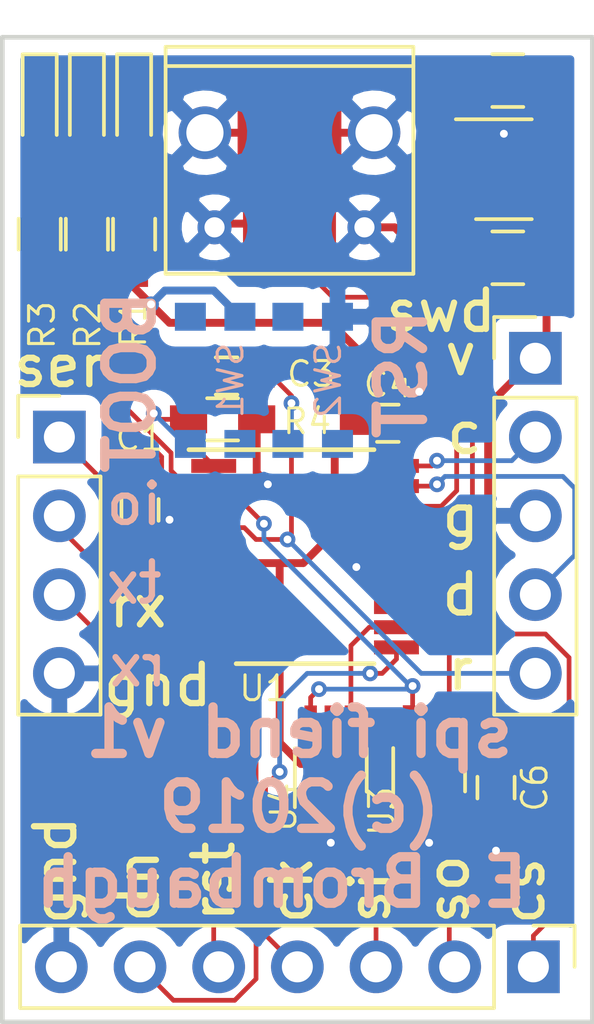
<source format=kicad_pcb>
(kicad_pcb (version 20171130) (host pcbnew 5.1.0-rc2)

  (general
    (thickness 1.6)
    (drawings 27)
    (tracks 252)
    (zones 0)
    (modules 23)
    (nets 32)
  )

  (page A4)
  (layers
    (0 F.Cu signal)
    (31 B.Cu signal)
    (32 B.Adhes user)
    (33 F.Adhes user hide)
    (34 B.Paste user)
    (35 F.Paste user hide)
    (36 B.SilkS user hide)
    (37 F.SilkS user)
    (38 B.Mask user)
    (39 F.Mask user hide)
    (40 Dwgs.User user)
    (41 Cmts.User user)
    (42 Eco1.User user hide)
    (43 Eco2.User user hide)
    (44 Edge.Cuts user)
    (45 Margin user)
    (46 B.CrtYd user hide)
    (47 F.CrtYd user)
    (48 B.Fab user hide)
    (49 F.Fab user hide)
  )

  (setup
    (last_trace_width 0.1524)
    (trace_clearance 0.1524)
    (zone_clearance 0.508)
    (zone_45_only no)
    (trace_min 0.1524)
    (via_size 0.508)
    (via_drill 0.254)
    (via_min_size 0.508)
    (via_min_drill 0.254)
    (uvia_size 0.3)
    (uvia_drill 0.1)
    (uvias_allowed no)
    (uvia_min_size 0)
    (uvia_min_drill 0)
    (edge_width 0.15)
    (segment_width 0.2)
    (pcb_text_width 0.3)
    (pcb_text_size 1.5 1.5)
    (mod_edge_width 0.15)
    (mod_text_size 0.8 0.8)
    (mod_text_width 0.1)
    (pad_size 1.524 1.524)
    (pad_drill 0.762)
    (pad_to_mask_clearance 0.2)
    (aux_axis_origin 0 0)
    (visible_elements FFFFFF7F)
    (pcbplotparams
      (layerselection 0x010f0_80000001)
      (usegerberextensions false)
      (usegerberattributes false)
      (usegerberadvancedattributes false)
      (creategerberjobfile false)
      (excludeedgelayer true)
      (linewidth 0.100000)
      (plotframeref false)
      (viasonmask false)
      (mode 1)
      (useauxorigin false)
      (hpglpennumber 1)
      (hpglpenspeed 20)
      (hpglpendiameter 15.000000)
      (psnegative false)
      (psa4output false)
      (plotreference true)
      (plotvalue true)
      (plotinvisibletext false)
      (padsonsilk false)
      (subtractmaskfromsilk false)
      (outputformat 1)
      (mirror false)
      (drillshape 0)
      (scaleselection 1)
      (outputdirectory "./gerber/"))
  )

  (net 0 "")
  (net 1 +3V3)
  (net 2 GND)
  (net 3 +5V)
  (net 4 "Net-(C3-Pad1)")
  (net 5 "Net-(D1-Pad2)")
  (net 6 "Net-(D2-Pad2)")
  (net 7 "Net-(D3-Pad2)")
  (net 8 /GPIO)
  (net 9 /TX)
  (net 10 /RX)
  (net 11 /SWCLK)
  (net 12 /SWDIO)
  (net 13 /USB_DM)
  (net 14 /USB_DP)
  (net 15 "Net-(J3-Pad4)")
  (net 16 /SPI_CS)
  (net 17 /SPI_MOSI)
  (net 18 /SPI_MISO)
  (net 19 /SPI_SCLK)
  (net 20 /CRESET)
  (net 21 /CDONE)
  (net 22 "Net-(R2-Pad1)")
  (net 23 "Net-(R3-Pad1)")
  (net 24 "Net-(R4-Pad1)")
  (net 25 "Net-(SW1-Pad3)")
  (net 26 "Net-(SW1-Pad1)")
  (net 27 "Net-(SW2-Pad3)")
  (net 28 "Net-(SW2-Pad1)")
  (net 29 "Net-(U2-Pad4)")
  (net 30 /SO)
  (net 31 /SI)

  (net_class Default "This is the default net class."
    (clearance 0.1524)
    (trace_width 0.1524)
    (via_dia 0.508)
    (via_drill 0.254)
    (uvia_dia 0.3)
    (uvia_drill 0.1)
    (add_net /CDONE)
    (add_net /CRESET)
    (add_net /GPIO)
    (add_net /RX)
    (add_net /SI)
    (add_net /SO)
    (add_net /SPI_CS)
    (add_net /SPI_MISO)
    (add_net /SPI_MOSI)
    (add_net /SPI_SCLK)
    (add_net /SWCLK)
    (add_net /SWDIO)
    (add_net /TX)
    (add_net /USB_DM)
    (add_net /USB_DP)
    (add_net "Net-(C3-Pad1)")
    (add_net "Net-(D1-Pad2)")
    (add_net "Net-(D2-Pad2)")
    (add_net "Net-(D3-Pad2)")
    (add_net "Net-(J3-Pad4)")
    (add_net "Net-(R2-Pad1)")
    (add_net "Net-(R3-Pad1)")
    (add_net "Net-(R4-Pad1)")
    (add_net "Net-(SW1-Pad1)")
    (add_net "Net-(SW1-Pad3)")
    (add_net "Net-(SW2-Pad1)")
    (add_net "Net-(SW2-Pad3)")
    (add_net "Net-(U2-Pad4)")
  )

  (net_class Power ""
    (clearance 0.1524)
    (trace_width 0.254)
    (via_dia 0.508)
    (via_drill 0.254)
    (uvia_dia 0.3)
    (uvia_drill 0.1)
    (add_net +3V3)
    (add_net +5V)
    (add_net GND)
  )

  (module Capacitors_SMD:C_0603_HandSoldering (layer F.Cu) (tedit 5C6CF9C3) (tstamp 5C6CE2DF)
    (at 133.9215 103.6955 90)
    (descr "Capacitor SMD 0603, hand soldering")
    (tags "capacitor 0603")
    (path /5C6CCA99)
    (attr smd)
    (fp_text reference C1 (at 2.3241 -0.0127 180) (layer F.SilkS)
      (effects (font (size 0.8 0.8) (thickness 0.1)))
    )
    (fp_text value 0.1uF (at 0 1.5 90) (layer F.Fab)
      (effects (font (size 1 1) (thickness 0.15)))
    )
    (fp_text user %R (at 0 -1.25 90) (layer F.Fab)
      (effects (font (size 1 1) (thickness 0.15)))
    )
    (fp_line (start -0.8 0.4) (end -0.8 -0.4) (layer F.Fab) (width 0.1))
    (fp_line (start 0.8 0.4) (end -0.8 0.4) (layer F.Fab) (width 0.1))
    (fp_line (start 0.8 -0.4) (end 0.8 0.4) (layer F.Fab) (width 0.1))
    (fp_line (start -0.8 -0.4) (end 0.8 -0.4) (layer F.Fab) (width 0.1))
    (fp_line (start -0.35 -0.6) (end 0.35 -0.6) (layer F.SilkS) (width 0.12))
    (fp_line (start 0.35 0.6) (end -0.35 0.6) (layer F.SilkS) (width 0.12))
    (fp_line (start -1.8 -0.65) (end 1.8 -0.65) (layer F.CrtYd) (width 0.05))
    (fp_line (start -1.8 -0.65) (end -1.8 0.65) (layer F.CrtYd) (width 0.05))
    (fp_line (start 1.8 0.65) (end 1.8 -0.65) (layer F.CrtYd) (width 0.05))
    (fp_line (start 1.8 0.65) (end -1.8 0.65) (layer F.CrtYd) (width 0.05))
    (pad 1 smd rect (at -0.95 0 90) (size 1.2 0.75) (layers F.Cu F.Paste F.Mask)
      (net 1 +3V3))
    (pad 2 smd rect (at 0.95 0 90) (size 1.2 0.75) (layers F.Cu F.Paste F.Mask)
      (net 2 GND))
    (model Capacitors_SMD.3dshapes/C_0603.wrl
      (at (xyz 0 0 0))
      (scale (xyz 1 1 1))
      (rotate (xyz 0 0 0))
    )
  )

  (module Capacitors_SMD:C_0805_HandSoldering (layer F.Cu) (tedit 5C6CF943) (tstamp 5C6CE2F0)
    (at 145.796 89.8525)
    (descr "Capacitor SMD 0805, hand soldering")
    (tags "capacitor 0805")
    (path /5C6CBF5B)
    (attr smd)
    (fp_text reference C2 (at 0 -1.75) (layer F.SilkS) hide
      (effects (font (size 0.8 0.8) (thickness 0.1)))
    )
    (fp_text value 10uF (at 0 1.75) (layer F.Fab)
      (effects (font (size 1 1) (thickness 0.15)))
    )
    (fp_text user %R (at 0 -1.75) (layer F.Fab)
      (effects (font (size 1 1) (thickness 0.15)))
    )
    (fp_line (start -1 0.62) (end -1 -0.62) (layer F.Fab) (width 0.1))
    (fp_line (start 1 0.62) (end -1 0.62) (layer F.Fab) (width 0.1))
    (fp_line (start 1 -0.62) (end 1 0.62) (layer F.Fab) (width 0.1))
    (fp_line (start -1 -0.62) (end 1 -0.62) (layer F.Fab) (width 0.1))
    (fp_line (start 0.5 -0.85) (end -0.5 -0.85) (layer F.SilkS) (width 0.12))
    (fp_line (start -0.5 0.85) (end 0.5 0.85) (layer F.SilkS) (width 0.12))
    (fp_line (start -2.25 -0.88) (end 2.25 -0.88) (layer F.CrtYd) (width 0.05))
    (fp_line (start -2.25 -0.88) (end -2.25 0.87) (layer F.CrtYd) (width 0.05))
    (fp_line (start 2.25 0.87) (end 2.25 -0.88) (layer F.CrtYd) (width 0.05))
    (fp_line (start 2.25 0.87) (end -2.25 0.87) (layer F.CrtYd) (width 0.05))
    (pad 1 smd rect (at -1.25 0) (size 1.5 1.25) (layers F.Cu F.Paste F.Mask)
      (net 3 +5V))
    (pad 2 smd rect (at 1.25 0) (size 1.5 1.25) (layers F.Cu F.Paste F.Mask)
      (net 2 GND))
    (model Capacitors_SMD.3dshapes/C_0805.wrl
      (at (xyz 0 0 0))
      (scale (xyz 1 1 1))
      (rotate (xyz 0 0 0))
    )
  )

  (module Capacitors_SMD:C_0603_HandSoldering (layer F.Cu) (tedit 5C6DE6B3) (tstamp 5C6CE301)
    (at 136.7155 99.3775 180)
    (descr "Capacitor SMD 0603, hand soldering")
    (tags "capacitor 0603")
    (path /5C6CD2D5)
    (attr smd)
    (fp_text reference C3 (at -2.7305 0.0635 180) (layer F.SilkS)
      (effects (font (size 0.8 0.8) (thickness 0.1)))
    )
    (fp_text value 0.1uF (at 0 1.5 180) (layer F.Fab)
      (effects (font (size 1 1) (thickness 0.15)))
    )
    (fp_text user %R (at 0 -1.25 180) (layer F.Fab)
      (effects (font (size 1 1) (thickness 0.15)))
    )
    (fp_line (start -0.8 0.4) (end -0.8 -0.4) (layer F.Fab) (width 0.1))
    (fp_line (start 0.8 0.4) (end -0.8 0.4) (layer F.Fab) (width 0.1))
    (fp_line (start 0.8 -0.4) (end 0.8 0.4) (layer F.Fab) (width 0.1))
    (fp_line (start -0.8 -0.4) (end 0.8 -0.4) (layer F.Fab) (width 0.1))
    (fp_line (start -0.35 -0.6) (end 0.35 -0.6) (layer F.SilkS) (width 0.12))
    (fp_line (start 0.35 0.6) (end -0.35 0.6) (layer F.SilkS) (width 0.12))
    (fp_line (start -1.8 -0.65) (end 1.8 -0.65) (layer F.CrtYd) (width 0.05))
    (fp_line (start -1.8 -0.65) (end -1.8 0.65) (layer F.CrtYd) (width 0.05))
    (fp_line (start 1.8 0.65) (end 1.8 -0.65) (layer F.CrtYd) (width 0.05))
    (fp_line (start 1.8 0.65) (end -1.8 0.65) (layer F.CrtYd) (width 0.05))
    (pad 1 smd rect (at -0.95 0 180) (size 1.2 0.75) (layers F.Cu F.Paste F.Mask)
      (net 4 "Net-(C3-Pad1)"))
    (pad 2 smd rect (at 0.95 0 180) (size 1.2 0.75) (layers F.Cu F.Paste F.Mask)
      (net 2 GND))
    (model Capacitors_SMD.3dshapes/C_0603.wrl
      (at (xyz 0 0 0))
      (scale (xyz 1 1 1))
      (rotate (xyz 0 0 0))
    )
  )

  (module Capacitors_SMD:C_0603_HandSoldering (layer F.Cu) (tedit 58AA848B) (tstamp 5C6CE312)
    (at 141.9225 100.9015)
    (descr "Capacitor SMD 0603, hand soldering")
    (tags "capacitor 0603")
    (path /5C6CC524)
    (attr smd)
    (fp_text reference C4 (at 0 -1.25) (layer F.SilkS)
      (effects (font (size 0.8 0.8) (thickness 0.1)))
    )
    (fp_text value 0.1uF (at 0 1.5) (layer F.Fab)
      (effects (font (size 1 1) (thickness 0.15)))
    )
    (fp_text user %R (at 0 -1.25) (layer F.Fab)
      (effects (font (size 1 1) (thickness 0.15)))
    )
    (fp_line (start -0.8 0.4) (end -0.8 -0.4) (layer F.Fab) (width 0.1))
    (fp_line (start 0.8 0.4) (end -0.8 0.4) (layer F.Fab) (width 0.1))
    (fp_line (start 0.8 -0.4) (end 0.8 0.4) (layer F.Fab) (width 0.1))
    (fp_line (start -0.8 -0.4) (end 0.8 -0.4) (layer F.Fab) (width 0.1))
    (fp_line (start -0.35 -0.6) (end 0.35 -0.6) (layer F.SilkS) (width 0.12))
    (fp_line (start 0.35 0.6) (end -0.35 0.6) (layer F.SilkS) (width 0.12))
    (fp_line (start -1.8 -0.65) (end 1.8 -0.65) (layer F.CrtYd) (width 0.05))
    (fp_line (start -1.8 -0.65) (end -1.8 0.65) (layer F.CrtYd) (width 0.05))
    (fp_line (start 1.8 0.65) (end 1.8 -0.65) (layer F.CrtYd) (width 0.05))
    (fp_line (start 1.8 0.65) (end -1.8 0.65) (layer F.CrtYd) (width 0.05))
    (pad 1 smd rect (at -0.95 0) (size 1.2 0.75) (layers F.Cu F.Paste F.Mask)
      (net 1 +3V3))
    (pad 2 smd rect (at 0.95 0) (size 1.2 0.75) (layers F.Cu F.Paste F.Mask)
      (net 2 GND))
    (model Capacitors_SMD.3dshapes/C_0603.wrl
      (at (xyz 0 0 0))
      (scale (xyz 1 1 1))
      (rotate (xyz 0 0 0))
    )
  )

  (module Capacitors_SMD:C_0805_HandSoldering (layer F.Cu) (tedit 5C6CF8DF) (tstamp 5C6CE323)
    (at 145.796 95.5675 180)
    (descr "Capacitor SMD 0805, hand soldering")
    (tags "capacitor 0805")
    (path /5C6CC154)
    (attr smd)
    (fp_text reference C5 (at 0 -1.75 180) (layer F.SilkS) hide
      (effects (font (size 0.8 0.8) (thickness 0.1)))
    )
    (fp_text value 10uF (at 0 1.75 180) (layer F.Fab)
      (effects (font (size 1 1) (thickness 0.15)))
    )
    (fp_text user %R (at 0 -1.75 180) (layer F.Fab)
      (effects (font (size 1 1) (thickness 0.15)))
    )
    (fp_line (start -1 0.62) (end -1 -0.62) (layer F.Fab) (width 0.1))
    (fp_line (start 1 0.62) (end -1 0.62) (layer F.Fab) (width 0.1))
    (fp_line (start 1 -0.62) (end 1 0.62) (layer F.Fab) (width 0.1))
    (fp_line (start -1 -0.62) (end 1 -0.62) (layer F.Fab) (width 0.1))
    (fp_line (start 0.5 -0.85) (end -0.5 -0.85) (layer F.SilkS) (width 0.12))
    (fp_line (start -0.5 0.85) (end 0.5 0.85) (layer F.SilkS) (width 0.12))
    (fp_line (start -2.25 -0.88) (end 2.25 -0.88) (layer F.CrtYd) (width 0.05))
    (fp_line (start -2.25 -0.88) (end -2.25 0.87) (layer F.CrtYd) (width 0.05))
    (fp_line (start 2.25 0.87) (end 2.25 -0.88) (layer F.CrtYd) (width 0.05))
    (fp_line (start 2.25 0.87) (end -2.25 0.87) (layer F.CrtYd) (width 0.05))
    (pad 1 smd rect (at -1.25 0 180) (size 1.5 1.25) (layers F.Cu F.Paste F.Mask)
      (net 1 +3V3))
    (pad 2 smd rect (at 1.25 0 180) (size 1.5 1.25) (layers F.Cu F.Paste F.Mask)
      (net 2 GND))
    (model Capacitors_SMD.3dshapes/C_0805.wrl
      (at (xyz 0 0 0))
      (scale (xyz 1 1 1))
      (rotate (xyz 0 0 0))
    )
  )

  (module Pin_Headers:Pin_Header_Straight_1x04_Pitch2.54mm (layer F.Cu) (tedit 5C6CF9E7) (tstamp 5C6CE37A)
    (at 131.318 101.346)
    (descr "Through hole straight pin header, 1x04, 2.54mm pitch, single row")
    (tags "Through hole pin header THT 1x04 2.54mm single row")
    (path /5C6CF10B)
    (fp_text reference J1 (at 0 -2.33) (layer F.SilkS) hide
      (effects (font (size 0.8 0.8) (thickness 0.1)))
    )
    (fp_text value CONN_01X04 (at 0 9.95) (layer F.Fab)
      (effects (font (size 1 1) (thickness 0.15)))
    )
    (fp_line (start -0.635 -1.27) (end 1.27 -1.27) (layer F.Fab) (width 0.1))
    (fp_line (start 1.27 -1.27) (end 1.27 8.89) (layer F.Fab) (width 0.1))
    (fp_line (start 1.27 8.89) (end -1.27 8.89) (layer F.Fab) (width 0.1))
    (fp_line (start -1.27 8.89) (end -1.27 -0.635) (layer F.Fab) (width 0.1))
    (fp_line (start -1.27 -0.635) (end -0.635 -1.27) (layer F.Fab) (width 0.1))
    (fp_line (start -1.33 8.95) (end 1.33 8.95) (layer F.SilkS) (width 0.12))
    (fp_line (start -1.33 1.27) (end -1.33 8.95) (layer F.SilkS) (width 0.12))
    (fp_line (start 1.33 1.27) (end 1.33 8.95) (layer F.SilkS) (width 0.12))
    (fp_line (start -1.33 1.27) (end 1.33 1.27) (layer F.SilkS) (width 0.12))
    (fp_line (start -1.33 0) (end -1.33 -1.33) (layer F.SilkS) (width 0.12))
    (fp_line (start -1.33 -1.33) (end 0 -1.33) (layer F.SilkS) (width 0.12))
    (fp_line (start -1.8 -1.8) (end -1.8 9.4) (layer F.CrtYd) (width 0.05))
    (fp_line (start -1.8 9.4) (end 1.8 9.4) (layer F.CrtYd) (width 0.05))
    (fp_line (start 1.8 9.4) (end 1.8 -1.8) (layer F.CrtYd) (width 0.05))
    (fp_line (start 1.8 -1.8) (end -1.8 -1.8) (layer F.CrtYd) (width 0.05))
    (fp_text user %R (at 0 3.81 90) (layer F.Fab)
      (effects (font (size 1 1) (thickness 0.15)))
    )
    (pad 1 thru_hole rect (at 0 0) (size 1.7 1.7) (drill 1) (layers *.Cu *.Mask)
      (net 8 /GPIO))
    (pad 2 thru_hole oval (at 0 2.54) (size 1.7 1.7) (drill 1) (layers *.Cu *.Mask)
      (net 9 /TX))
    (pad 3 thru_hole oval (at 0 5.08) (size 1.7 1.7) (drill 1) (layers *.Cu *.Mask)
      (net 10 /RX))
    (pad 4 thru_hole oval (at 0 7.62) (size 1.7 1.7) (drill 1) (layers *.Cu *.Mask)
      (net 2 GND))
    (model ${KISYS3DMOD}/Pin_Headers.3dshapes/Pin_Header_Straight_1x04_Pitch2.54mm.wrl
      (at (xyz 0 0 0))
      (scale (xyz 1 1 1))
      (rotate (xyz 0 0 0))
    )
  )

  (module Pin_Headers:Pin_Header_Straight_1x05_Pitch2.54mm (layer F.Cu) (tedit 5C6CF9DF) (tstamp 5C6CE393)
    (at 146.685 98.806)
    (descr "Through hole straight pin header, 1x05, 2.54mm pitch, single row")
    (tags "Through hole pin header THT 1x05 2.54mm single row")
    (path /5C6CCD99)
    (fp_text reference J2 (at 0 -2.33) (layer F.SilkS) hide
      (effects (font (size 0.8 0.8) (thickness 0.1)))
    )
    (fp_text value CONN_01X05 (at 0 12.49) (layer F.Fab)
      (effects (font (size 1 1) (thickness 0.15)))
    )
    (fp_line (start -0.635 -1.27) (end 1.27 -1.27) (layer F.Fab) (width 0.1))
    (fp_line (start 1.27 -1.27) (end 1.27 11.43) (layer F.Fab) (width 0.1))
    (fp_line (start 1.27 11.43) (end -1.27 11.43) (layer F.Fab) (width 0.1))
    (fp_line (start -1.27 11.43) (end -1.27 -0.635) (layer F.Fab) (width 0.1))
    (fp_line (start -1.27 -0.635) (end -0.635 -1.27) (layer F.Fab) (width 0.1))
    (fp_line (start -1.33 11.49) (end 1.33 11.49) (layer F.SilkS) (width 0.12))
    (fp_line (start -1.33 1.27) (end -1.33 11.49) (layer F.SilkS) (width 0.12))
    (fp_line (start 1.33 1.27) (end 1.33 11.49) (layer F.SilkS) (width 0.12))
    (fp_line (start -1.33 1.27) (end 1.33 1.27) (layer F.SilkS) (width 0.12))
    (fp_line (start -1.33 0) (end -1.33 -1.33) (layer F.SilkS) (width 0.12))
    (fp_line (start -1.33 -1.33) (end 0 -1.33) (layer F.SilkS) (width 0.12))
    (fp_line (start -1.8 -1.8) (end -1.8 11.95) (layer F.CrtYd) (width 0.05))
    (fp_line (start -1.8 11.95) (end 1.8 11.95) (layer F.CrtYd) (width 0.05))
    (fp_line (start 1.8 11.95) (end 1.8 -1.8) (layer F.CrtYd) (width 0.05))
    (fp_line (start 1.8 -1.8) (end -1.8 -1.8) (layer F.CrtYd) (width 0.05))
    (fp_text user %R (at 0 5.08 90) (layer F.Fab)
      (effects (font (size 1 1) (thickness 0.15)))
    )
    (pad 1 thru_hole rect (at 0 0) (size 1.7 1.7) (drill 1) (layers *.Cu *.Mask)
      (net 1 +3V3))
    (pad 2 thru_hole oval (at 0 2.54) (size 1.7 1.7) (drill 1) (layers *.Cu *.Mask)
      (net 11 /SWCLK))
    (pad 3 thru_hole oval (at 0 5.08) (size 1.7 1.7) (drill 1) (layers *.Cu *.Mask)
      (net 2 GND))
    (pad 4 thru_hole oval (at 0 7.62) (size 1.7 1.7) (drill 1) (layers *.Cu *.Mask)
      (net 12 /SWDIO))
    (pad 5 thru_hole oval (at 0 10.16) (size 1.7 1.7) (drill 1) (layers *.Cu *.Mask)
      (net 4 "Net-(C3-Pad1)"))
    (model ${KISYS3DMOD}/Pin_Headers.3dshapes/Pin_Header_Straight_1x05_Pitch2.54mm.wrl
      (at (xyz 0 0 0))
      (scale (xyz 1 1 1))
      (rotate (xyz 0 0 0))
    )
  )

  (module footprints:USB_Micro-B_10103594-0001LF_NoSlot (layer F.Cu) (tedit 5C6CF9FA) (tstamp 5C6CE3AB)
    (at 138.7475 92.964 180)
    (descr "Micro USB Type B 10103594-0001LF")
    (tags "USB USB_B USB_micro USB_OTG")
    (path /5C6CC224)
    (attr smd)
    (fp_text reference J3 (at -1.778 -3.81 180) (layer F.SilkS) hide
      (effects (font (size 0.8 0.8) (thickness 0.1)))
    )
    (fp_text value USB_OTG (at 0 6.17 180) (layer F.Fab)
      (effects (font (size 1 1) (thickness 0.15)))
    )
    (fp_line (start -4.25 -3.4) (end 4.25 -3.4) (layer F.CrtYd) (width 0.05))
    (fp_line (start 4.25 -3.4) (end 4.25 4.45) (layer F.CrtYd) (width 0.05))
    (fp_line (start 4.25 4.45) (end -4.25 4.45) (layer F.CrtYd) (width 0.05))
    (fp_line (start -4.25 4.45) (end -4.25 -3.4) (layer F.CrtYd) (width 0.05))
    (fp_line (start -4 4.2) (end 4 4.2) (layer F.SilkS) (width 0.12))
    (fp_line (start -4 -3.12) (end 4 -3.12) (layer F.SilkS) (width 0.12))
    (fp_line (start 4 -3.12) (end 4 4.2) (layer F.SilkS) (width 0.12))
    (fp_line (start 4 3.58) (end -4 3.58) (layer F.SilkS) (width 0.12))
    (fp_line (start -4 4.2) (end -4 -3.12) (layer F.SilkS) (width 0.12))
    (pad 1 smd rect (at -1.3 -1.5 270) (size 1.65 0.4) (layers F.Cu F.Paste F.Mask)
      (net 3 +5V))
    (pad 2 smd rect (at -0.65 -1.5 270) (size 1.65 0.4) (layers F.Cu F.Paste F.Mask)
      (net 13 /USB_DM))
    (pad 3 smd rect (at 0 -1.5 270) (size 1.65 0.4) (layers F.Cu F.Paste F.Mask)
      (net 14 /USB_DP))
    (pad 4 smd rect (at 0.65 -1.5 270) (size 1.65 0.4) (layers F.Cu F.Paste F.Mask)
      (net 15 "Net-(J3-Pad4)"))
    (pad 5 smd rect (at 1.3 -1.5 270) (size 1.65 0.4) (layers F.Cu F.Paste F.Mask)
      (net 2 GND))
    (pad 6 thru_hole circle (at -2.42 -1.62 270) (size 1.1 1.1) (drill 0.65) (layers *.Cu *.Mask)
      (net 2 GND))
    (pad 6 thru_hole circle (at 2.42 -1.62 270) (size 1.1 1.1) (drill oval 0.65) (layers *.Cu *.Mask)
      (net 2 GND))
    (pad 6 thru_hole circle (at -2.73 1.43 270) (size 1.7 1.7) (drill oval 1.2) (layers *.Cu *.Mask)
      (net 2 GND))
    (pad 6 thru_hole circle (at 2.73 1.43 270) (size 1.7 1.7) (drill oval 1.2) (layers *.Cu *.Mask)
      (net 2 GND))
    (pad 6 smd rect (at -0.96 1.62 270) (size 2.5 1.43) (layers F.Cu F.Paste F.Mask)
      (net 2 GND))
    (pad 6 smd rect (at 0.96 1.62 270) (size 2.5 1.43) (layers F.Cu F.Paste F.Mask)
      (net 2 GND))
  )

  (module Pin_Headers:Pin_Header_Straight_1x07_Pitch2.54mm (layer F.Cu) (tedit 5C6CF8BC) (tstamp 5C6CE3C6)
    (at 146.6215 118.4275 270)
    (descr "Through hole straight pin header, 1x07, 2.54mm pitch, single row")
    (tags "Through hole pin header THT 1x07 2.54mm single row")
    (path /5C6CE362)
    (fp_text reference J4 (at 0 -2.33 270) (layer F.SilkS) hide
      (effects (font (size 0.8 0.8) (thickness 0.1)))
    )
    (fp_text value CONN_01X07 (at 0 17.57 270) (layer F.Fab)
      (effects (font (size 1 1) (thickness 0.15)))
    )
    (fp_line (start -0.635 -1.27) (end 1.27 -1.27) (layer F.Fab) (width 0.1))
    (fp_line (start 1.27 -1.27) (end 1.27 16.51) (layer F.Fab) (width 0.1))
    (fp_line (start 1.27 16.51) (end -1.27 16.51) (layer F.Fab) (width 0.1))
    (fp_line (start -1.27 16.51) (end -1.27 -0.635) (layer F.Fab) (width 0.1))
    (fp_line (start -1.27 -0.635) (end -0.635 -1.27) (layer F.Fab) (width 0.1))
    (fp_line (start -1.33 16.57) (end 1.33 16.57) (layer F.SilkS) (width 0.12))
    (fp_line (start -1.33 1.27) (end -1.33 16.57) (layer F.SilkS) (width 0.12))
    (fp_line (start 1.33 1.27) (end 1.33 16.57) (layer F.SilkS) (width 0.12))
    (fp_line (start -1.33 1.27) (end 1.33 1.27) (layer F.SilkS) (width 0.12))
    (fp_line (start -1.33 0) (end -1.33 -1.33) (layer F.SilkS) (width 0.12))
    (fp_line (start -1.33 -1.33) (end 0 -1.33) (layer F.SilkS) (width 0.12))
    (fp_line (start -1.8 -1.8) (end -1.8 17.05) (layer F.CrtYd) (width 0.05))
    (fp_line (start -1.8 17.05) (end 1.8 17.05) (layer F.CrtYd) (width 0.05))
    (fp_line (start 1.8 17.05) (end 1.8 -1.8) (layer F.CrtYd) (width 0.05))
    (fp_line (start 1.8 -1.8) (end -1.8 -1.8) (layer F.CrtYd) (width 0.05))
    (fp_text user %R (at 0 7.62) (layer F.Fab)
      (effects (font (size 1 1) (thickness 0.15)))
    )
    (pad 1 thru_hole rect (at 0 0 270) (size 1.7 1.7) (drill 1) (layers *.Cu *.Mask)
      (net 16 /SPI_CS))
    (pad 2 thru_hole oval (at 0 2.54 270) (size 1.7 1.7) (drill 1) (layers *.Cu *.Mask)
      (net 30 /SO))
    (pad 3 thru_hole oval (at 0 5.08 270) (size 1.7 1.7) (drill 1) (layers *.Cu *.Mask)
      (net 31 /SI))
    (pad 4 thru_hole oval (at 0 7.62 270) (size 1.7 1.7) (drill 1) (layers *.Cu *.Mask)
      (net 19 /SPI_SCLK))
    (pad 5 thru_hole oval (at 0 10.16 270) (size 1.7 1.7) (drill 1) (layers *.Cu *.Mask)
      (net 20 /CRESET))
    (pad 6 thru_hole oval (at 0 12.7 270) (size 1.7 1.7) (drill 1) (layers *.Cu *.Mask)
      (net 21 /CDONE))
    (pad 7 thru_hole oval (at 0 15.24 270) (size 1.7 1.7) (drill 1) (layers *.Cu *.Mask)
      (net 2 GND))
    (model ${KISYS3DMOD}/Pin_Headers.3dshapes/Pin_Header_Straight_1x07_Pitch2.54mm.wrl
      (at (xyz 0 0 0))
      (scale (xyz 1 1 1))
      (rotate (xyz 0 0 0))
    )
  )

  (module Resistors_SMD:R_0603_HandSoldering (layer F.Cu) (tedit 5C6CF840) (tstamp 5C6CE3D7)
    (at 133.731 94.8055 90)
    (descr "Resistor SMD 0603, hand soldering")
    (tags "resistor 0603")
    (path /5C6D0E40)
    (attr smd)
    (fp_text reference R1 (at -2.8829 -0.0254 90) (layer F.SilkS)
      (effects (font (size 0.8 0.8) (thickness 0.1)))
    )
    (fp_text value 1k (at 0 1.55 90) (layer F.Fab)
      (effects (font (size 1 1) (thickness 0.15)))
    )
    (fp_text user %R (at 0 0 90) (layer F.Fab)
      (effects (font (size 0.4 0.4) (thickness 0.075)))
    )
    (fp_line (start -0.8 0.4) (end -0.8 -0.4) (layer F.Fab) (width 0.1))
    (fp_line (start 0.8 0.4) (end -0.8 0.4) (layer F.Fab) (width 0.1))
    (fp_line (start 0.8 -0.4) (end 0.8 0.4) (layer F.Fab) (width 0.1))
    (fp_line (start -0.8 -0.4) (end 0.8 -0.4) (layer F.Fab) (width 0.1))
    (fp_line (start 0.5 0.68) (end -0.5 0.68) (layer F.SilkS) (width 0.12))
    (fp_line (start -0.5 -0.68) (end 0.5 -0.68) (layer F.SilkS) (width 0.12))
    (fp_line (start -1.96 -0.7) (end 1.95 -0.7) (layer F.CrtYd) (width 0.05))
    (fp_line (start -1.96 -0.7) (end -1.96 0.7) (layer F.CrtYd) (width 0.05))
    (fp_line (start 1.95 0.7) (end 1.95 -0.7) (layer F.CrtYd) (width 0.05))
    (fp_line (start 1.95 0.7) (end -1.96 0.7) (layer F.CrtYd) (width 0.05))
    (pad 1 smd rect (at -1.1 0 90) (size 1.2 0.9) (layers F.Cu F.Paste F.Mask)
      (net 1 +3V3))
    (pad 2 smd rect (at 1.1 0 90) (size 1.2 0.9) (layers F.Cu F.Paste F.Mask)
      (net 5 "Net-(D1-Pad2)"))
    (model ${KISYS3DMOD}/Resistors_SMD.3dshapes/R_0603.wrl
      (at (xyz 0 0 0))
      (scale (xyz 1 1 1))
      (rotate (xyz 0 0 0))
    )
  )

  (module Resistors_SMD:R_0603_HandSoldering (layer F.Cu) (tedit 5C6CF835) (tstamp 5C6CE3E8)
    (at 132.207 94.8055 90)
    (descr "Resistor SMD 0603, hand soldering")
    (tags "resistor 0603")
    (path /5C6CFA3E)
    (attr smd)
    (fp_text reference R2 (at -2.9337 0.0254 90) (layer F.SilkS)
      (effects (font (size 0.8 0.8) (thickness 0.1)))
    )
    (fp_text value 1k (at 0 1.55 90) (layer F.Fab)
      (effects (font (size 1 1) (thickness 0.15)))
    )
    (fp_text user %R (at 0 0 90) (layer F.Fab)
      (effects (font (size 0.4 0.4) (thickness 0.075)))
    )
    (fp_line (start -0.8 0.4) (end -0.8 -0.4) (layer F.Fab) (width 0.1))
    (fp_line (start 0.8 0.4) (end -0.8 0.4) (layer F.Fab) (width 0.1))
    (fp_line (start 0.8 -0.4) (end 0.8 0.4) (layer F.Fab) (width 0.1))
    (fp_line (start -0.8 -0.4) (end 0.8 -0.4) (layer F.Fab) (width 0.1))
    (fp_line (start 0.5 0.68) (end -0.5 0.68) (layer F.SilkS) (width 0.12))
    (fp_line (start -0.5 -0.68) (end 0.5 -0.68) (layer F.SilkS) (width 0.12))
    (fp_line (start -1.96 -0.7) (end 1.95 -0.7) (layer F.CrtYd) (width 0.05))
    (fp_line (start -1.96 -0.7) (end -1.96 0.7) (layer F.CrtYd) (width 0.05))
    (fp_line (start 1.95 0.7) (end 1.95 -0.7) (layer F.CrtYd) (width 0.05))
    (fp_line (start 1.95 0.7) (end -1.96 0.7) (layer F.CrtYd) (width 0.05))
    (pad 1 smd rect (at -1.1 0 90) (size 1.2 0.9) (layers F.Cu F.Paste F.Mask)
      (net 22 "Net-(R2-Pad1)"))
    (pad 2 smd rect (at 1.1 0 90) (size 1.2 0.9) (layers F.Cu F.Paste F.Mask)
      (net 6 "Net-(D2-Pad2)"))
    (model ${KISYS3DMOD}/Resistors_SMD.3dshapes/R_0603.wrl
      (at (xyz 0 0 0))
      (scale (xyz 1 1 1))
      (rotate (xyz 0 0 0))
    )
  )

  (module Resistors_SMD:R_0603_HandSoldering (layer F.Cu) (tedit 5C6CF82E) (tstamp 5C6CE3F9)
    (at 130.683 94.8055 90)
    (descr "Resistor SMD 0603, hand soldering")
    (tags "resistor 0603")
    (path /5C6CFB5D)
    (attr smd)
    (fp_text reference R3 (at -2.9337 0.0762 90) (layer F.SilkS)
      (effects (font (size 0.8 0.8) (thickness 0.1)))
    )
    (fp_text value 1k (at 0 1.55 90) (layer F.Fab)
      (effects (font (size 1 1) (thickness 0.15)))
    )
    (fp_text user %R (at 0 0 90) (layer F.Fab)
      (effects (font (size 0.4 0.4) (thickness 0.075)))
    )
    (fp_line (start -0.8 0.4) (end -0.8 -0.4) (layer F.Fab) (width 0.1))
    (fp_line (start 0.8 0.4) (end -0.8 0.4) (layer F.Fab) (width 0.1))
    (fp_line (start 0.8 -0.4) (end 0.8 0.4) (layer F.Fab) (width 0.1))
    (fp_line (start -0.8 -0.4) (end 0.8 -0.4) (layer F.Fab) (width 0.1))
    (fp_line (start 0.5 0.68) (end -0.5 0.68) (layer F.SilkS) (width 0.12))
    (fp_line (start -0.5 -0.68) (end 0.5 -0.68) (layer F.SilkS) (width 0.12))
    (fp_line (start -1.96 -0.7) (end 1.95 -0.7) (layer F.CrtYd) (width 0.05))
    (fp_line (start -1.96 -0.7) (end -1.96 0.7) (layer F.CrtYd) (width 0.05))
    (fp_line (start 1.95 0.7) (end 1.95 -0.7) (layer F.CrtYd) (width 0.05))
    (fp_line (start 1.95 0.7) (end -1.96 0.7) (layer F.CrtYd) (width 0.05))
    (pad 1 smd rect (at -1.1 0 90) (size 1.2 0.9) (layers F.Cu F.Paste F.Mask)
      (net 23 "Net-(R3-Pad1)"))
    (pad 2 smd rect (at 1.1 0 90) (size 1.2 0.9) (layers F.Cu F.Paste F.Mask)
      (net 7 "Net-(D3-Pad2)"))
    (model ${KISYS3DMOD}/Resistors_SMD.3dshapes/R_0603.wrl
      (at (xyz 0 0 0))
      (scale (xyz 1 1 1))
      (rotate (xyz 0 0 0))
    )
  )

  (module Resistors_SMD:R_0603_HandSoldering (layer F.Cu) (tedit 5C6DE68C) (tstamp 5C6CE40A)
    (at 136.5885 100.7745)
    (descr "Resistor SMD 0603, hand soldering")
    (tags "resistor 0603")
    (path /5C6CD3F8)
    (attr smd)
    (fp_text reference R4 (at 2.7305 0.0635) (layer F.SilkS)
      (effects (font (size 0.8 0.8) (thickness 0.1)))
    )
    (fp_text value 10k (at 0 1.55) (layer F.Fab)
      (effects (font (size 1 1) (thickness 0.15)))
    )
    (fp_text user %R (at 0 0) (layer F.Fab)
      (effects (font (size 0.4 0.4) (thickness 0.075)))
    )
    (fp_line (start -0.8 0.4) (end -0.8 -0.4) (layer F.Fab) (width 0.1))
    (fp_line (start 0.8 0.4) (end -0.8 0.4) (layer F.Fab) (width 0.1))
    (fp_line (start 0.8 -0.4) (end 0.8 0.4) (layer F.Fab) (width 0.1))
    (fp_line (start -0.8 -0.4) (end 0.8 -0.4) (layer F.Fab) (width 0.1))
    (fp_line (start 0.5 0.68) (end -0.5 0.68) (layer F.SilkS) (width 0.12))
    (fp_line (start -0.5 -0.68) (end 0.5 -0.68) (layer F.SilkS) (width 0.12))
    (fp_line (start -1.96 -0.7) (end 1.95 -0.7) (layer F.CrtYd) (width 0.05))
    (fp_line (start -1.96 -0.7) (end -1.96 0.7) (layer F.CrtYd) (width 0.05))
    (fp_line (start 1.95 0.7) (end 1.95 -0.7) (layer F.CrtYd) (width 0.05))
    (fp_line (start 1.95 0.7) (end -1.96 0.7) (layer F.CrtYd) (width 0.05))
    (pad 1 smd rect (at -1.1 0) (size 1.2 0.9) (layers F.Cu F.Paste F.Mask)
      (net 24 "Net-(R4-Pad1)"))
    (pad 2 smd rect (at 1.1 0) (size 1.2 0.9) (layers F.Cu F.Paste F.Mask)
      (net 2 GND))
    (model ${KISYS3DMOD}/Resistors_SMD.3dshapes/R_0603.wrl
      (at (xyz 0 0 0))
      (scale (xyz 1 1 1))
      (rotate (xyz 0 0 0))
    )
  )

  (module footprints:PUSHBUTTON_SMD_KMR2 (layer B.Cu) (tedit 59E3DEA9) (tstamp 5C6CE412)
    (at 136.3472 99.5172 270)
    (path /5C6CD0BD)
    (fp_text reference SW1 (at 0 -0.5 270) (layer B.SilkS)
      (effects (font (size 0.8 0.8) (thickness 0.1)) (justify mirror))
    )
    (fp_text value switch_no (at 0 0.5 270) (layer B.Fab)
      (effects (font (size 1 1) (thickness 0.15)) (justify mirror))
    )
    (pad 4 smd rect (at 2.05 0.8 270) (size 0.9 1) (layers B.Cu B.Paste B.Mask)
      (net 24 "Net-(R4-Pad1)"))
    (pad 3 smd rect (at 2.05 -0.8 270) (size 0.9 1) (layers B.Cu B.Paste B.Mask)
      (net 25 "Net-(SW1-Pad3)"))
    (pad 2 smd rect (at -2.05 -0.8 270) (size 0.9 1) (layers B.Cu B.Paste B.Mask)
      (net 1 +3V3))
    (pad 1 smd rect (at -2.05 0.8 270) (size 0.9 1) (layers B.Cu B.Paste B.Mask)
      (net 26 "Net-(SW1-Pad1)"))
  )

  (module footprints:PUSHBUTTON_SMD_KMR2 (layer B.Cu) (tedit 59E3DEA9) (tstamp 5C6CE41A)
    (at 139.4968 99.5172 270)
    (path /5C6CD0FF)
    (fp_text reference SW2 (at 0 -0.5 270) (layer B.SilkS)
      (effects (font (size 0.8 0.8) (thickness 0.1)) (justify mirror))
    )
    (fp_text value switch_no (at 0 0.5 270) (layer B.Fab)
      (effects (font (size 1 1) (thickness 0.15)) (justify mirror))
    )
    (pad 4 smd rect (at 2.05 0.8 270) (size 0.9 1) (layers B.Cu B.Paste B.Mask)
      (net 4 "Net-(C3-Pad1)"))
    (pad 3 smd rect (at 2.05 -0.8 270) (size 0.9 1) (layers B.Cu B.Paste B.Mask)
      (net 27 "Net-(SW2-Pad3)"))
    (pad 2 smd rect (at -2.05 -0.8 270) (size 0.9 1) (layers B.Cu B.Paste B.Mask)
      (net 2 GND))
    (pad 1 smd rect (at -2.05 0.8 270) (size 0.9 1) (layers B.Cu B.Paste B.Mask)
      (net 28 "Net-(SW2-Pad1)"))
  )

  (module Housings_SSOP:TSSOP-20_4.4x6.5mm_Pitch0.65mm (layer F.Cu) (tedit 5C6CF8A5) (tstamp 5C6CE43E)
    (at 139.251548 105.203)
    (descr "20-Lead Plastic Thin Shrink Small Outline (ST)-4.4 mm Body [TSSOP] (see Microchip Packaging Specification 00000049BS.pdf)")
    (tags "SSOP 0.65")
    (path /5C6CB3A1)
    (attr smd)
    (fp_text reference U1 (at -1.329548 4.2456 180) (layer F.SilkS)
      (effects (font (size 0.8 0.8) (thickness 0.1)))
    )
    (fp_text value STM32F042F6P6 (at 0 4.3) (layer F.Fab)
      (effects (font (size 1 1) (thickness 0.15)))
    )
    (fp_line (start -1.2 -3.25) (end 2.2 -3.25) (layer F.Fab) (width 0.15))
    (fp_line (start 2.2 -3.25) (end 2.2 3.25) (layer F.Fab) (width 0.15))
    (fp_line (start 2.2 3.25) (end -2.2 3.25) (layer F.Fab) (width 0.15))
    (fp_line (start -2.2 3.25) (end -2.2 -2.25) (layer F.Fab) (width 0.15))
    (fp_line (start -2.2 -2.25) (end -1.2 -3.25) (layer F.Fab) (width 0.15))
    (fp_line (start -3.95 -3.55) (end -3.95 3.55) (layer F.CrtYd) (width 0.05))
    (fp_line (start 3.95 -3.55) (end 3.95 3.55) (layer F.CrtYd) (width 0.05))
    (fp_line (start -3.95 -3.55) (end 3.95 -3.55) (layer F.CrtYd) (width 0.05))
    (fp_line (start -3.95 3.55) (end 3.95 3.55) (layer F.CrtYd) (width 0.05))
    (fp_line (start -2.225 3.45) (end 2.225 3.45) (layer F.SilkS) (width 0.15))
    (fp_line (start -3.75 -3.45) (end 2.225 -3.45) (layer F.SilkS) (width 0.15))
    (fp_text user %R (at 0 0) (layer F.Fab)
      (effects (font (size 0.8 0.8) (thickness 0.15)))
    )
    (pad 1 smd rect (at -2.95 -2.925) (size 1.45 0.45) (layers F.Cu F.Paste F.Mask)
      (net 24 "Net-(R4-Pad1)"))
    (pad 2 smd rect (at -2.95 -2.275) (size 1.45 0.45) (layers F.Cu F.Paste F.Mask)
      (net 22 "Net-(R2-Pad1)"))
    (pad 3 smd rect (at -2.95 -1.625) (size 1.45 0.45) (layers F.Cu F.Paste F.Mask)
      (net 23 "Net-(R3-Pad1)"))
    (pad 4 smd rect (at -2.95 -0.975) (size 1.45 0.45) (layers F.Cu F.Paste F.Mask)
      (net 4 "Net-(C3-Pad1)"))
    (pad 5 smd rect (at -2.95 -0.325) (size 1.45 0.45) (layers F.Cu F.Paste F.Mask)
      (net 1 +3V3))
    (pad 6 smd rect (at -2.95 0.325) (size 1.45 0.45) (layers F.Cu F.Paste F.Mask)
      (net 8 /GPIO))
    (pad 7 smd rect (at -2.95 0.975) (size 1.45 0.45) (layers F.Cu F.Paste F.Mask)
      (net 21 /CDONE))
    (pad 8 smd rect (at -2.95 1.625) (size 1.45 0.45) (layers F.Cu F.Paste F.Mask)
      (net 9 /TX))
    (pad 9 smd rect (at -2.95 2.275) (size 1.45 0.45) (layers F.Cu F.Paste F.Mask)
      (net 10 /RX))
    (pad 10 smd rect (at -2.95 2.925) (size 1.45 0.45) (layers F.Cu F.Paste F.Mask)
      (net 20 /CRESET))
    (pad 11 smd rect (at 2.95 2.925) (size 1.45 0.45) (layers F.Cu F.Paste F.Mask)
      (net 19 /SPI_SCLK))
    (pad 12 smd rect (at 2.95 2.275) (size 1.45 0.45) (layers F.Cu F.Paste F.Mask)
      (net 18 /SPI_MISO))
    (pad 13 smd rect (at 2.95 1.625) (size 1.45 0.45) (layers F.Cu F.Paste F.Mask)
      (net 17 /SPI_MOSI))
    (pad 14 smd rect (at 2.95 0.975) (size 1.45 0.45) (layers F.Cu F.Paste F.Mask)
      (net 16 /SPI_CS))
    (pad 15 smd rect (at 2.95 0.325) (size 1.45 0.45) (layers F.Cu F.Paste F.Mask)
      (net 2 GND))
    (pad 16 smd rect (at 2.95 -0.325) (size 1.45 0.45) (layers F.Cu F.Paste F.Mask)
      (net 1 +3V3))
    (pad 17 smd rect (at 2.95 -0.975) (size 1.45 0.45) (layers F.Cu F.Paste F.Mask)
      (net 13 /USB_DM))
    (pad 18 smd rect (at 2.95 -1.625) (size 1.45 0.45) (layers F.Cu F.Paste F.Mask)
      (net 14 /USB_DP))
    (pad 19 smd rect (at 2.95 -2.275) (size 1.45 0.45) (layers F.Cu F.Paste F.Mask)
      (net 12 /SWDIO))
    (pad 20 smd rect (at 2.95 -2.925) (size 1.45 0.45) (layers F.Cu F.Paste F.Mask)
      (net 11 /SWCLK))
    (model ${KISYS3DMOD}/Housings_SSOP.3dshapes/TSSOP-20_4.4x6.5mm_Pitch0.65mm.wrl
      (at (xyz 0 0 0))
      (scale (xyz 1 1 1))
      (rotate (xyz 0 0 0))
    )
  )

  (module TO_SOT_Packages_SMD:SOT-23-5_HandSoldering (layer F.Cu) (tedit 5C6CF8D1) (tstamp 5C6CE453)
    (at 145.669 92.71)
    (descr "5-pin SOT23 package")
    (tags "SOT-23-5 hand-soldering")
    (path /5C6CBCE4)
    (attr smd)
    (fp_text reference U2 (at 0 -2.9) (layer F.SilkS) hide
      (effects (font (size 0.8 0.8) (thickness 0.1)))
    )
    (fp_text value MCP1802 (at 0 2.9) (layer F.Fab)
      (effects (font (size 1 1) (thickness 0.15)))
    )
    (fp_text user %R (at 0 0 90) (layer F.Fab)
      (effects (font (size 0.5 0.5) (thickness 0.075)))
    )
    (fp_line (start -0.9 1.61) (end 0.9 1.61) (layer F.SilkS) (width 0.12))
    (fp_line (start 0.9 -1.61) (end -1.55 -1.61) (layer F.SilkS) (width 0.12))
    (fp_line (start -0.9 -0.9) (end -0.25 -1.55) (layer F.Fab) (width 0.1))
    (fp_line (start 0.9 -1.55) (end -0.25 -1.55) (layer F.Fab) (width 0.1))
    (fp_line (start -0.9 -0.9) (end -0.9 1.55) (layer F.Fab) (width 0.1))
    (fp_line (start 0.9 1.55) (end -0.9 1.55) (layer F.Fab) (width 0.1))
    (fp_line (start 0.9 -1.55) (end 0.9 1.55) (layer F.Fab) (width 0.1))
    (fp_line (start -2.38 -1.8) (end 2.38 -1.8) (layer F.CrtYd) (width 0.05))
    (fp_line (start -2.38 -1.8) (end -2.38 1.8) (layer F.CrtYd) (width 0.05))
    (fp_line (start 2.38 1.8) (end 2.38 -1.8) (layer F.CrtYd) (width 0.05))
    (fp_line (start 2.38 1.8) (end -2.38 1.8) (layer F.CrtYd) (width 0.05))
    (pad 1 smd rect (at -1.35 -0.95) (size 1.56 0.65) (layers F.Cu F.Paste F.Mask)
      (net 3 +5V))
    (pad 2 smd rect (at -1.35 0) (size 1.56 0.65) (layers F.Cu F.Paste F.Mask)
      (net 2 GND))
    (pad 3 smd rect (at -1.35 0.95) (size 1.56 0.65) (layers F.Cu F.Paste F.Mask)
      (net 3 +5V))
    (pad 4 smd rect (at 1.35 0.95) (size 1.56 0.65) (layers F.Cu F.Paste F.Mask)
      (net 29 "Net-(U2-Pad4)"))
    (pad 5 smd rect (at 1.35 -0.95) (size 1.56 0.65) (layers F.Cu F.Paste F.Mask)
      (net 1 +3V3))
    (model ${KISYS3DMOD}/TO_SOT_Packages_SMD.3dshapes\SOT-23-5.wrl
      (at (xyz 0 0 0))
      (scale (xyz 1 1 1))
      (rotate (xyz 0 0 0))
    )
  )

  (module LEDs:LED_0603_HandSoldering (layer F.Cu) (tedit 5C6CF85B) (tstamp 5C6CEDE3)
    (at 133.731 90.805 270)
    (descr "LED SMD 0603, hand soldering")
    (tags "LED 0603")
    (path /5C6D0E46)
    (attr smd)
    (fp_text reference D1 (at 0 -1.45 270) (layer F.SilkS) hide
      (effects (font (size 0.8 0.8) (thickness 0.1)))
    )
    (fp_text value LED_ALT (at 0 1.55 270) (layer F.Fab)
      (effects (font (size 1 1) (thickness 0.15)))
    )
    (fp_line (start -1.8 -0.55) (end -1.8 0.55) (layer F.SilkS) (width 0.12))
    (fp_line (start -0.2 -0.2) (end -0.2 0.2) (layer F.Fab) (width 0.1))
    (fp_line (start -0.15 0) (end 0.15 -0.2) (layer F.Fab) (width 0.1))
    (fp_line (start 0.15 0.2) (end -0.15 0) (layer F.Fab) (width 0.1))
    (fp_line (start 0.15 -0.2) (end 0.15 0.2) (layer F.Fab) (width 0.1))
    (fp_line (start 0.8 0.4) (end -0.8 0.4) (layer F.Fab) (width 0.1))
    (fp_line (start 0.8 -0.4) (end 0.8 0.4) (layer F.Fab) (width 0.1))
    (fp_line (start -0.8 -0.4) (end 0.8 -0.4) (layer F.Fab) (width 0.1))
    (fp_line (start -1.8 0.55) (end 0.8 0.55) (layer F.SilkS) (width 0.12))
    (fp_line (start -1.8 -0.55) (end 0.8 -0.55) (layer F.SilkS) (width 0.12))
    (fp_line (start -1.96 -0.7) (end 1.95 -0.7) (layer F.CrtYd) (width 0.05))
    (fp_line (start -1.96 -0.7) (end -1.96 0.7) (layer F.CrtYd) (width 0.05))
    (fp_line (start 1.95 0.7) (end 1.95 -0.7) (layer F.CrtYd) (width 0.05))
    (fp_line (start 1.95 0.7) (end -1.96 0.7) (layer F.CrtYd) (width 0.05))
    (fp_line (start -0.8 -0.4) (end -0.8 0.4) (layer F.Fab) (width 0.1))
    (pad 1 smd rect (at -1.1 0 270) (size 1.2 0.9) (layers F.Cu F.Paste F.Mask)
      (net 2 GND))
    (pad 2 smd rect (at 1.1 0 270) (size 1.2 0.9) (layers F.Cu F.Paste F.Mask)
      (net 5 "Net-(D1-Pad2)"))
    (model ${KISYS3DMOD}/LEDs.3dshapes/LED_0603.wrl
      (at (xyz 0 0 0))
      (scale (xyz 1 1 1))
      (rotate (xyz 0 0 180))
    )
  )

  (module LEDs:LED_0603_HandSoldering (layer F.Cu) (tedit 5C6CF86B) (tstamp 5C6CEDF8)
    (at 132.207 90.805 270)
    (descr "LED SMD 0603, hand soldering")
    (tags "LED 0603")
    (path /5C6CFBA5)
    (attr smd)
    (fp_text reference D2 (at 0 -1.45 270) (layer F.SilkS) hide
      (effects (font (size 0.8 0.8) (thickness 0.1)))
    )
    (fp_text value LED_ALT (at 0 1.55 270) (layer F.Fab)
      (effects (font (size 1 1) (thickness 0.15)))
    )
    (fp_line (start -1.8 -0.55) (end -1.8 0.55) (layer F.SilkS) (width 0.12))
    (fp_line (start -0.2 -0.2) (end -0.2 0.2) (layer F.Fab) (width 0.1))
    (fp_line (start -0.15 0) (end 0.15 -0.2) (layer F.Fab) (width 0.1))
    (fp_line (start 0.15 0.2) (end -0.15 0) (layer F.Fab) (width 0.1))
    (fp_line (start 0.15 -0.2) (end 0.15 0.2) (layer F.Fab) (width 0.1))
    (fp_line (start 0.8 0.4) (end -0.8 0.4) (layer F.Fab) (width 0.1))
    (fp_line (start 0.8 -0.4) (end 0.8 0.4) (layer F.Fab) (width 0.1))
    (fp_line (start -0.8 -0.4) (end 0.8 -0.4) (layer F.Fab) (width 0.1))
    (fp_line (start -1.8 0.55) (end 0.8 0.55) (layer F.SilkS) (width 0.12))
    (fp_line (start -1.8 -0.55) (end 0.8 -0.55) (layer F.SilkS) (width 0.12))
    (fp_line (start -1.96 -0.7) (end 1.95 -0.7) (layer F.CrtYd) (width 0.05))
    (fp_line (start -1.96 -0.7) (end -1.96 0.7) (layer F.CrtYd) (width 0.05))
    (fp_line (start 1.95 0.7) (end 1.95 -0.7) (layer F.CrtYd) (width 0.05))
    (fp_line (start 1.95 0.7) (end -1.96 0.7) (layer F.CrtYd) (width 0.05))
    (fp_line (start -0.8 -0.4) (end -0.8 0.4) (layer F.Fab) (width 0.1))
    (pad 1 smd rect (at -1.1 0 270) (size 1.2 0.9) (layers F.Cu F.Paste F.Mask)
      (net 2 GND))
    (pad 2 smd rect (at 1.1 0 270) (size 1.2 0.9) (layers F.Cu F.Paste F.Mask)
      (net 6 "Net-(D2-Pad2)"))
    (model ${KISYS3DMOD}/LEDs.3dshapes/LED_0603.wrl
      (at (xyz 0 0 0))
      (scale (xyz 1 1 1))
      (rotate (xyz 0 0 180))
    )
  )

  (module LEDs:LED_0603_HandSoldering (layer F.Cu) (tedit 5C6CF877) (tstamp 5C6CEE0D)
    (at 130.683 90.805 270)
    (descr "LED SMD 0603, hand soldering")
    (tags "LED 0603")
    (path /5C6CFBF1)
    (attr smd)
    (fp_text reference D3 (at 0 -1.45 270) (layer F.SilkS) hide
      (effects (font (size 0.8 0.8) (thickness 0.1)))
    )
    (fp_text value LED_ALT (at 0 1.55 270) (layer F.Fab)
      (effects (font (size 1 1) (thickness 0.15)))
    )
    (fp_line (start -1.8 -0.55) (end -1.8 0.55) (layer F.SilkS) (width 0.12))
    (fp_line (start -0.2 -0.2) (end -0.2 0.2) (layer F.Fab) (width 0.1))
    (fp_line (start -0.15 0) (end 0.15 -0.2) (layer F.Fab) (width 0.1))
    (fp_line (start 0.15 0.2) (end -0.15 0) (layer F.Fab) (width 0.1))
    (fp_line (start 0.15 -0.2) (end 0.15 0.2) (layer F.Fab) (width 0.1))
    (fp_line (start 0.8 0.4) (end -0.8 0.4) (layer F.Fab) (width 0.1))
    (fp_line (start 0.8 -0.4) (end 0.8 0.4) (layer F.Fab) (width 0.1))
    (fp_line (start -0.8 -0.4) (end 0.8 -0.4) (layer F.Fab) (width 0.1))
    (fp_line (start -1.8 0.55) (end 0.8 0.55) (layer F.SilkS) (width 0.12))
    (fp_line (start -1.8 -0.55) (end 0.8 -0.55) (layer F.SilkS) (width 0.12))
    (fp_line (start -1.96 -0.7) (end 1.95 -0.7) (layer F.CrtYd) (width 0.05))
    (fp_line (start -1.96 -0.7) (end -1.96 0.7) (layer F.CrtYd) (width 0.05))
    (fp_line (start 1.95 0.7) (end 1.95 -0.7) (layer F.CrtYd) (width 0.05))
    (fp_line (start 1.95 0.7) (end -1.96 0.7) (layer F.CrtYd) (width 0.05))
    (fp_line (start -0.8 -0.4) (end -0.8 0.4) (layer F.Fab) (width 0.1))
    (pad 1 smd rect (at -1.1 0 270) (size 1.2 0.9) (layers F.Cu F.Paste F.Mask)
      (net 2 GND))
    (pad 2 smd rect (at 1.1 0 270) (size 1.2 0.9) (layers F.Cu F.Paste F.Mask)
      (net 7 "Net-(D3-Pad2)"))
    (model ${KISYS3DMOD}/LEDs.3dshapes/LED_0603.wrl
      (at (xyz 0 0 0))
      (scale (xyz 1 1 1))
      (rotate (xyz 0 0 180))
    )
  )

  (module Capacitors_SMD:C_0603_HandSoldering (layer F.Cu) (tedit 58AA848B) (tstamp 5CAB929D)
    (at 145.415 112.649 270)
    (descr "Capacitor SMD 0603, hand soldering")
    (tags "capacitor 0603")
    (path /5CB6E420)
    (attr smd)
    (fp_text reference C6 (at 0 -1.25 270) (layer F.SilkS)
      (effects (font (size 0.8 0.8) (thickness 0.1)))
    )
    (fp_text value 0.1uF (at 0 1.5 270) (layer F.Fab)
      (effects (font (size 1 1) (thickness 0.15)))
    )
    (fp_line (start 1.8 0.65) (end -1.8 0.65) (layer F.CrtYd) (width 0.05))
    (fp_line (start 1.8 0.65) (end 1.8 -0.65) (layer F.CrtYd) (width 0.05))
    (fp_line (start -1.8 -0.65) (end -1.8 0.65) (layer F.CrtYd) (width 0.05))
    (fp_line (start -1.8 -0.65) (end 1.8 -0.65) (layer F.CrtYd) (width 0.05))
    (fp_line (start 0.35 0.6) (end -0.35 0.6) (layer F.SilkS) (width 0.12))
    (fp_line (start -0.35 -0.6) (end 0.35 -0.6) (layer F.SilkS) (width 0.12))
    (fp_line (start -0.8 -0.4) (end 0.8 -0.4) (layer F.Fab) (width 0.1))
    (fp_line (start 0.8 -0.4) (end 0.8 0.4) (layer F.Fab) (width 0.1))
    (fp_line (start 0.8 0.4) (end -0.8 0.4) (layer F.Fab) (width 0.1))
    (fp_line (start -0.8 0.4) (end -0.8 -0.4) (layer F.Fab) (width 0.1))
    (fp_text user %R (at 0 -1.25 270) (layer F.Fab)
      (effects (font (size 1 1) (thickness 0.15)))
    )
    (pad 2 smd rect (at 0.95 0 270) (size 1.2 0.75) (layers F.Cu F.Paste F.Mask)
      (net 2 GND))
    (pad 1 smd rect (at -0.95 0 270) (size 1.2 0.75) (layers F.Cu F.Paste F.Mask)
      (net 1 +3V3))
    (model Capacitors_SMD.3dshapes/C_0603.wrl
      (at (xyz 0 0 0))
      (scale (xyz 1 1 1))
      (rotate (xyz 0 0 0))
    )
  )

  (module TO_SOT_Packages_SMD:SOT-363_SC-70-6_Handsoldering (layer F.Cu) (tedit 58CE4E7F) (tstamp 5CAB92B3)
    (at 143.256 112.074 90)
    (descr "SOT-363, SC-70-6, Handsoldering")
    (tags "SOT-363 SC-70-6 Handsoldering")
    (path /5CAB9F26)
    (attr smd)
    (fp_text reference U3 (at -1.337 -1.524 90) (layer F.SilkS)
      (effects (font (size 0.8 0.8) (thickness 0.1)))
    )
    (fp_text value 74LVC1G3157 (at 0 2 270) (layer F.Fab)
      (effects (font (size 1 1) (thickness 0.15)))
    )
    (fp_text user %R (at 0 0 180) (layer F.Fab)
      (effects (font (size 0.5 0.5) (thickness 0.075)))
    )
    (fp_line (start -2.4 1.4) (end 2.4 1.4) (layer F.CrtYd) (width 0.05))
    (fp_line (start 0.7 -1.16) (end -1.2 -1.16) (layer F.SilkS) (width 0.12))
    (fp_line (start -0.7 1.16) (end 0.7 1.16) (layer F.SilkS) (width 0.12))
    (fp_line (start 2.4 1.4) (end 2.4 -1.4) (layer F.CrtYd) (width 0.05))
    (fp_line (start -2.4 -1.4) (end -2.4 1.4) (layer F.CrtYd) (width 0.05))
    (fp_line (start -2.4 -1.4) (end 2.4 -1.4) (layer F.CrtYd) (width 0.05))
    (fp_line (start 0.675 -1.1) (end -0.175 -1.1) (layer F.Fab) (width 0.1))
    (fp_line (start -0.675 -0.6) (end -0.675 1.1) (layer F.Fab) (width 0.1))
    (fp_line (start 0.675 -1.1) (end 0.675 1.1) (layer F.Fab) (width 0.1))
    (fp_line (start 0.675 1.1) (end -0.675 1.1) (layer F.Fab) (width 0.1))
    (fp_line (start -0.175 -1.1) (end -0.675 -0.6) (layer F.Fab) (width 0.1))
    (pad 1 smd rect (at -1.33 -0.65 90) (size 1.5 0.4) (layers F.Cu F.Paste F.Mask)
      (net 31 /SI))
    (pad 2 smd rect (at -1.33 0 90) (size 1.5 0.4) (layers F.Cu F.Paste F.Mask)
      (net 2 GND))
    (pad 3 smd rect (at -1.33 0.65 90) (size 1.5 0.4) (layers F.Cu F.Paste F.Mask)
      (net 30 /SO))
    (pad 4 smd rect (at 1.33 0.65 90) (size 1.5 0.4) (layers F.Cu F.Paste F.Mask)
      (net 17 /SPI_MOSI))
    (pad 5 smd rect (at 1.33 0 90) (size 1.5 0.4) (layers F.Cu F.Paste F.Mask)
      (net 1 +3V3))
    (pad 6 smd rect (at 1.33 -0.65 90) (size 1.5 0.4) (layers F.Cu F.Paste F.Mask)
      (net 23 "Net-(R3-Pad1)"))
    (model ${KISYS3DMOD}/TO_SOT_Packages_SMD.3dshapes/SOT-363_SC-70-6.wrl
      (at (xyz 0 0 0))
      (scale (xyz 1 1 1))
      (rotate (xyz 0 0 0))
    )
  )

  (module TO_SOT_Packages_SMD:SOT-363_SC-70-6_Handsoldering (layer F.Cu) (tedit 58CE4E7F) (tstamp 5CAB92C9)
    (at 140.081 112.081 90)
    (descr "SOT-363, SC-70-6, Handsoldering")
    (tags "SOT-363 SC-70-6 Handsoldering")
    (path /5CAB9FB3)
    (attr smd)
    (fp_text reference U4 (at -1.203 -1.524 90) (layer F.SilkS)
      (effects (font (size 0.8 0.8) (thickness 0.1)))
    )
    (fp_text value 74LVC1G3157 (at 0 2 270) (layer F.Fab)
      (effects (font (size 1 1) (thickness 0.15)))
    )
    (fp_line (start -0.175 -1.1) (end -0.675 -0.6) (layer F.Fab) (width 0.1))
    (fp_line (start 0.675 1.1) (end -0.675 1.1) (layer F.Fab) (width 0.1))
    (fp_line (start 0.675 -1.1) (end 0.675 1.1) (layer F.Fab) (width 0.1))
    (fp_line (start -0.675 -0.6) (end -0.675 1.1) (layer F.Fab) (width 0.1))
    (fp_line (start 0.675 -1.1) (end -0.175 -1.1) (layer F.Fab) (width 0.1))
    (fp_line (start -2.4 -1.4) (end 2.4 -1.4) (layer F.CrtYd) (width 0.05))
    (fp_line (start -2.4 -1.4) (end -2.4 1.4) (layer F.CrtYd) (width 0.05))
    (fp_line (start 2.4 1.4) (end 2.4 -1.4) (layer F.CrtYd) (width 0.05))
    (fp_line (start -0.7 1.16) (end 0.7 1.16) (layer F.SilkS) (width 0.12))
    (fp_line (start 0.7 -1.16) (end -1.2 -1.16) (layer F.SilkS) (width 0.12))
    (fp_line (start -2.4 1.4) (end 2.4 1.4) (layer F.CrtYd) (width 0.05))
    (fp_text user %R (at 0 0 180) (layer F.Fab)
      (effects (font (size 0.5 0.5) (thickness 0.075)))
    )
    (pad 6 smd rect (at 1.33 -0.65 90) (size 1.5 0.4) (layers F.Cu F.Paste F.Mask)
      (net 23 "Net-(R3-Pad1)"))
    (pad 5 smd rect (at 1.33 0 90) (size 1.5 0.4) (layers F.Cu F.Paste F.Mask)
      (net 1 +3V3))
    (pad 4 smd rect (at 1.33 0.65 90) (size 1.5 0.4) (layers F.Cu F.Paste F.Mask)
      (net 18 /SPI_MISO))
    (pad 3 smd rect (at -1.33 0.65 90) (size 1.5 0.4) (layers F.Cu F.Paste F.Mask)
      (net 31 /SI))
    (pad 2 smd rect (at -1.33 0 90) (size 1.5 0.4) (layers F.Cu F.Paste F.Mask)
      (net 2 GND))
    (pad 1 smd rect (at -1.33 -0.65 90) (size 1.5 0.4) (layers F.Cu F.Paste F.Mask)
      (net 30 /SO))
    (model ${KISYS3DMOD}/TO_SOT_Packages_SMD.3dshapes/SOT-363_SC-70-6.wrl
      (at (xyz 0 0 0))
      (scale (xyz 1 1 1))
      (rotate (xyz 0 0 0))
    )
  )

  (gr_text io (at 133.731 103.505) (layer B.SilkS)
    (effects (font (size 1.27 1.27) (thickness 0.2032)) (justify mirror))
  )
  (gr_text tx (at 133.731 106.045) (layer B.SilkS)
    (effects (font (size 1.27 1.27) (thickness 0.2032)) (justify mirror))
  )
  (gr_text rx (at 133.858 108.712) (layer B.SilkS)
    (effects (font (size 1.27 1.27) (thickness 0.2032)) (justify mirror))
  )
  (gr_text gnd (at 134.493 109.347) (layer F.SilkS)
    (effects (font (size 1.27 1.27) (thickness 0.2032)))
  )
  (gr_text ser (at 131.318 99.06) (layer F.SilkS)
    (effects (font (size 1.27 1.27) (thickness 0.2032)))
  )
  (gr_text swd (at 143.637 97.282) (layer F.SilkS)
    (effects (font (size 1.27 1.27) (thickness 0.2032)))
  )
  (gr_text "spi fiend v1\n(c)2019\n E. Brombaugh" (at 139.065 113.284) (layer B.SilkS)
    (effects (font (size 1.5 1.5) (thickness 0.3)) (justify mirror))
  )
  (gr_text rx (at 133.858 106.807) (layer F.SilkS)
    (effects (font (size 1.27 1.27) (thickness 0.2032)))
  )
  (gr_text v (at 144.272 98.679) (layer F.SilkS)
    (effects (font (size 1.27 1.27) (thickness 0.2032)))
  )
  (gr_text c (at 144.399 101.219) (layer F.SilkS)
    (effects (font (size 1.27 1.27) (thickness 0.2032)))
  )
  (gr_text g (at 144.272 103.886) (layer F.SilkS)
    (effects (font (size 1.27 1.27) (thickness 0.2032)))
  )
  (gr_text d (at 144.272 106.426) (layer F.SilkS)
    (effects (font (size 1.27 1.27) (thickness 0.2032)))
  )
  (gr_text r (at 144.272 108.839) (layer F.SilkS)
    (effects (font (size 1.27 1.27) (thickness 0.2032)))
  )
  (gr_text BOOT (at 133.604 99.568 90) (layer B.SilkS)
    (effects (font (size 1.5 1.5) (thickness 0.3)) (justify mirror))
  )
  (gr_text RST (at 142.367 99.314 90) (layer B.SilkS)
    (effects (font (size 1.5 1.5) (thickness 0.3)) (justify mirror))
  )
  (gr_line (start 128.778 112.903) (end 149.606 112.903) (angle 90) (layer F.Fab) (width 0.2))
  (gr_text gnd (at 131.191 115.316 90) (layer F.SilkS)
    (effects (font (size 1.27 1.27) (thickness 0.2032)))
  )
  (gr_text cs (at 146.304 115.9764 90) (layer F.SilkS)
    (effects (font (size 1.27 1.27) (thickness 0.2032)))
  )
  (gr_text dn (at 133.858 115.824 90) (layer F.SilkS)
    (effects (font (size 1.27 1.27) (thickness 0.2032)))
  )
  (gr_text rst (at 136.2964 115.6716 90) (layer F.SilkS)
    (effects (font (size 1.27 1.27) (thickness 0.2032)))
  )
  (gr_text ck (at 138.811 115.951 90) (layer F.SilkS)
    (effects (font (size 1.27 1.27) (thickness 0.2032)))
  )
  (gr_text si (at 141.3256 116.1796 90) (layer F.SilkS)
    (effects (font (size 1.27 1.27) (thickness 0.2032)))
  )
  (gr_text so (at 143.8656 115.9256 90) (layer F.SilkS)
    (effects (font (size 1.27 1.27) (thickness 0.2032)))
  )
  (gr_line (start 129.4765 88.4555) (end 129.4765 120.2055) (angle 90) (layer Edge.Cuts) (width 0.15))
  (gr_line (start 148.5265 88.4555) (end 129.4765 88.4555) (angle 90) (layer Edge.Cuts) (width 0.15))
  (gr_line (start 148.5265 120.2055) (end 148.5265 88.4555) (angle 90) (layer Edge.Cuts) (width 0.15))
  (gr_line (start 129.4765 120.2055) (end 148.5265 120.2055) (angle 90) (layer Edge.Cuts) (width 0.15))

  (segment (start 147.046 98.445) (end 146.685 98.806) (width 0.254) (layer F.Cu) (net 1) (tstamp 5C6DDFC8))
  (via (at 134.2771 97.0661) (size 0.508) (drill 0.254) (layers F.Cu B.Cu) (net 1))
  (segment (start 137.1472 97.4672) (end 136.3016 96.6216) (width 0.254) (layer B.Cu) (net 1) (tstamp 5C6CF772))
  (segment (start 134.7216 96.6216) (end 136.3016 96.6216) (width 0.254) (layer B.Cu) (net 1) (tstamp 5C6CF771))
  (segment (start 134.7216 96.6216) (end 134.2771 97.0661) (width 0.254) (layer B.Cu) (net 1) (tstamp 5C6CF770))
  (segment (start 133.731 95.9055) (end 133.731 96.52) (width 0.254) (layer F.Cu) (net 1))
  (segment (start 140.9725 98.5545) (end 140.9725 100.9015) (width 0.254) (layer F.Cu) (net 1) (tstamp 5C6CF26D))
  (segment (start 133.731 96.52) (end 134.2771 97.0661) (width 0.254) (layer F.Cu) (net 1) (tstamp 5C6CF268))
  (segment (start 136.301548 104.878) (end 134.154 104.878) (width 0.254) (layer F.Cu) (net 1))
  (segment (start 134.154 104.878) (end 133.9215 104.6455) (width 0.254) (layer F.Cu) (net 1) (tstamp 5C6CF165))
  (segment (start 140.208 101.666) (end 140.9725 100.9015) (width 0.254) (layer F.Cu) (net 1) (tstamp 5C6CF0F8))
  (segment (start 140.208 103.632) (end 140.208 101.666) (width 0.254) (layer F.Cu) (net 1) (tstamp 5C6CF0F6))
  (segment (start 147.019 91.76) (end 146.873 91.76) (width 0.254) (layer F.Cu) (net 1))
  (segment (start 146.873 91.76) (end 145.669 92.964) (width 0.254) (layer F.Cu) (net 1) (tstamp 5C6CEFCA))
  (segment (start 145.669 92.964) (end 145.669 94.488) (width 0.254) (layer F.Cu) (net 1) (tstamp 5C6CEFCB))
  (segment (start 145.669 94.488) (end 146.7485 95.5675) (width 0.254) (layer F.Cu) (net 1) (tstamp 5C6CEFCD))
  (segment (start 146.7485 95.5675) (end 147.046 95.5675) (width 0.254) (layer F.Cu) (net 1) (tstamp 5C6CEFCE))
  (segment (start 140.9725 98.5545) (end 140.9725 100.7135) (width 0.254) (layer F.Cu) (net 1))
  (segment (start 140.081 97.663) (end 140.9725 98.5545) (width 0.254) (layer F.Cu) (net 1))
  (segment (start 134.2771 97.0661) (end 134.874 97.663) (width 0.254) (layer F.Cu) (net 1))
  (segment (start 134.874 97.663) (end 140.081 97.663) (width 0.254) (layer F.Cu) (net 1))
  (segment (start 147.046 95.5675) (end 147.046 98.445) (width 0.254) (layer F.Cu) (net 1))
  (segment (start 143.915 104.878) (end 142.201548 104.878) (width 0.254) (layer F.Cu) (net 1))
  (segment (start 145.161 103.632) (end 143.915 104.878) (width 0.254) (layer F.Cu) (net 1))
  (segment (start 146.685 98.806) (end 145.161 100.33) (width 0.254) (layer F.Cu) (net 1))
  (segment (start 145.161 100.33) (end 145.161 103.632) (width 0.254) (layer F.Cu) (net 1))
  (segment (start 143.256 111.76) (end 143.256 110.744) (width 0.254) (layer F.Cu) (net 1))
  (segment (start 140.081 111.729022) (end 140.081 110.751) (width 0.254) (layer F.Cu) (net 1))
  (segment (start 140.238978 111.887) (end 140.081 111.729022) (width 0.254) (layer F.Cu) (net 1))
  (segment (start 143.256 111.76) (end 143.129 111.887) (width 0.254) (layer F.Cu) (net 1))
  (segment (start 143.129 111.887) (end 140.238978 111.887) (width 0.254) (layer F.Cu) (net 1))
  (segment (start 140.050022 111.76) (end 140.081 111.76) (width 0.254) (layer F.Cu) (net 1))
  (segment (start 139.923022 111.887) (end 140.050022 111.76) (width 0.254) (layer F.Cu) (net 1))
  (segment (start 139.114078 111.887) (end 139.923022 111.887) (width 0.254) (layer F.Cu) (net 1))
  (segment (start 138.43 111.202922) (end 139.114078 111.887) (width 0.254) (layer F.Cu) (net 1))
  (segment (start 140.208 104.394) (end 140.208 103.632) (width 0.254) (layer F.Cu) (net 1))
  (segment (start 138.43 105.41) (end 139.192 105.41) (width 0.254) (layer F.Cu) (net 1))
  (segment (start 139.192 105.41) (end 140.208 104.394) (width 0.254) (layer F.Cu) (net 1))
  (segment (start 137.63647 105.41) (end 138.43 105.41) (width 0.254) (layer F.Cu) (net 1))
  (segment (start 136.301548 104.878) (end 137.10447 104.878) (width 0.254) (layer F.Cu) (net 1))
  (segment (start 137.10447 104.878) (end 137.63647 105.41) (width 0.254) (layer F.Cu) (net 1))
  (segment (start 140.208 104.267) (end 140.208 103.632) (width 0.254) (layer F.Cu) (net 1))
  (segment (start 142.201548 104.878) (end 140.819 104.878) (width 0.254) (layer F.Cu) (net 1))
  (segment (start 140.819 104.878) (end 140.208 104.267) (width 0.254) (layer F.Cu) (net 1))
  (segment (start 138.43 111.135912) (end 138.418897 111.147015) (width 0.254) (layer F.Cu) (net 1))
  (segment (start 138.43 105.41) (end 138.43 111.135912) (width 0.254) (layer F.Cu) (net 1))
  (segment (start 144.751 111.887) (end 143.383 111.887) (width 0.254) (layer F.Cu) (net 1))
  (segment (start 143.383 111.887) (end 143.256 111.76) (width 0.254) (layer F.Cu) (net 1))
  (segment (start 145.288 111.699) (end 144.939 111.699) (width 0.254) (layer F.Cu) (net 1))
  (segment (start 144.939 111.699) (end 144.751 111.887) (width 0.254) (layer F.Cu) (net 1))
  (via (at 138.049 102.87) (size 0.508) (drill 0.254) (layers F.Cu B.Cu) (net 2))
  (segment (start 137.6885 102.489) (end 138.049 102.8495) (width 0.254) (layer F.Cu) (net 2) (tstamp 5C6DE2D6))
  (segment (start 133.9215 102.7455) (end 133.9215 103.0605) (width 0.254) (layer F.Cu) (net 2))
  (segment (start 133.9215 103.0605) (end 134.874 104.013) (width 0.254) (layer F.Cu) (net 2) (tstamp 5C6DDF22))
  (via (at 134.874 104.013) (size 0.508) (drill 0.254) (layers F.Cu B.Cu) (net 2))
  (segment (start 142.201548 105.528) (end 140.9155 105.528) (width 0.254) (layer F.Cu) (net 2))
  (via (at 140.9065 105.537) (size 0.508) (drill 0.254) (layers F.Cu B.Cu) (net 2))
  (segment (start 140.9155 105.528) (end 140.9065 105.537) (width 0.254) (layer F.Cu) (net 2) (tstamp 5C6CF239))
  (segment (start 137.6885 100.7745) (end 137.4775 100.7745) (width 0.254) (layer F.Cu) (net 2))
  (segment (start 137.4775 100.7745) (end 136.0805 99.3775) (width 0.254) (layer F.Cu) (net 2) (tstamp 5C6CF22C))
  (segment (start 142.8725 100.9015) (end 142.8725 99.9515) (width 0.254) (layer F.Cu) (net 2))
  (via (at 142.9385 99.8855) (size 0.508) (drill 0.254) (layers F.Cu B.Cu) (net 2))
  (segment (start 142.8725 99.9515) (end 142.9385 99.8855) (width 0.254) (layer F.Cu) (net 2) (tstamp 5C6CF226))
  (segment (start 141.1675 94.584) (end 142.1455 94.584) (width 0.254) (layer F.Cu) (net 2))
  (segment (start 143.129 95.5675) (end 144.546 95.5675) (width 0.254) (layer F.Cu) (net 2) (tstamp 5C6CEFD2))
  (segment (start 142.1455 94.584) (end 143.129 95.5675) (width 0.254) (layer F.Cu) (net 2) (tstamp 5C6CEFD1))
  (via (at 145.669 91.567) (size 0.508) (drill 0.254) (layers F.Cu B.Cu) (net 2))
  (segment (start 144.319 92.71) (end 144.9705 92.71) (width 0.254) (layer F.Cu) (net 2))
  (segment (start 144.9705 92.71) (end 145.669 92.0115) (width 0.254) (layer F.Cu) (net 2) (tstamp 5C6CEFC0))
  (segment (start 145.669 92.0115) (end 145.669 91.567) (width 0.254) (layer F.Cu) (net 2) (tstamp 5C6CEFC1))
  (segment (start 145.669 91.567) (end 145.669 91.2295) (width 0.254) (layer F.Cu) (net 2) (tstamp 5C6CEFC4))
  (segment (start 145.669 91.2295) (end 147.046 89.8525) (width 0.254) (layer F.Cu) (net 2) (tstamp 5C6CEFA9))
  (segment (start 137.4475 94.464) (end 136.4475 94.464) (width 0.254) (layer F.Cu) (net 2))
  (segment (start 136.4475 94.464) (end 136.3275 94.584) (width 0.254) (layer F.Cu) (net 2) (tstamp 5C6CEF96))
  (segment (start 141.4775 91.534) (end 139.8975 91.534) (width 0.254) (layer F.Cu) (net 2))
  (segment (start 139.8975 91.534) (end 139.7075 91.344) (width 0.254) (layer F.Cu) (net 2) (tstamp 5C6CEF8F))
  (segment (start 136.0175 91.534) (end 137.5975 91.534) (width 0.254) (layer F.Cu) (net 2))
  (segment (start 137.5975 91.534) (end 137.7875 91.344) (width 0.254) (layer F.Cu) (net 2) (tstamp 5C6CEF8B))
  (segment (start 137.7875 91.344) (end 139.7075 91.344) (width 0.254) (layer F.Cu) (net 2) (tstamp 5C6CEF8C))
  (segment (start 132.207 89.832) (end 133.731 89.832) (width 0.254) (layer F.Cu) (net 2))
  (segment (start 133.731 89.832) (end 133.815 89.916) (width 0.254) (layer F.Cu) (net 2) (tstamp 5C6CEF86))
  (segment (start 133.815 89.916) (end 134.3995 89.916) (width 0.254) (layer F.Cu) (net 2) (tstamp 5C6CEF87))
  (segment (start 134.3995 89.916) (end 136.0175 91.534) (width 0.254) (layer F.Cu) (net 2) (tstamp 5C6CEF88))
  (segment (start 130.683 89.832) (end 132.207 89.832) (width 0.254) (layer F.Cu) (net 2))
  (segment (start 137.6885 100.7745) (end 137.6885 102.489) (width 0.254) (layer F.Cu) (net 2))
  (via (at 140.081 114.427) (size 0.508) (drill 0.254) (layers F.Cu B.Cu) (net 2))
  (segment (start 140.081 113.411) (end 140.081 114.427) (width 0.254) (layer F.Cu) (net 2))
  (via (at 143.256 114.427008) (size 0.508) (drill 0.254) (layers F.Cu B.Cu) (net 2))
  (segment (start 143.256 113.404) (end 143.256 114.427008) (width 0.254) (layer F.Cu) (net 2))
  (via (at 145.415 114.681) (size 0.508) (drill 0.254) (layers F.Cu B.Cu) (net 2))
  (segment (start 145.415 113.726) (end 145.415 114.681) (width 0.254) (layer F.Cu) (net 2))
  (segment (start 140.0475 94.464) (end 140.0475 94.0135) (width 0.254) (layer F.Cu) (net 3))
  (segment (start 140.0475 94.0135) (end 140.843 93.218) (width 0.254) (layer F.Cu) (net 3) (tstamp 5C6CEFB3))
  (segment (start 140.843 93.218) (end 143.002 93.218) (width 0.254) (layer F.Cu) (net 3) (tstamp 5C6CEFB4))
  (segment (start 144.319 91.76) (end 143.317 91.76) (width 0.254) (layer F.Cu) (net 3))
  (segment (start 143.444 93.66) (end 144.319 93.66) (width 0.254) (layer F.Cu) (net 3) (tstamp 5C6CEFB0))
  (segment (start 143.002 93.218) (end 143.444 93.66) (width 0.254) (layer F.Cu) (net 3) (tstamp 5C6CEFAF))
  (segment (start 143.002 92.075) (end 143.002 93.218) (width 0.254) (layer F.Cu) (net 3) (tstamp 5C6CEFAE))
  (segment (start 143.317 91.76) (end 143.002 92.075) (width 0.254) (layer F.Cu) (net 3) (tstamp 5C6CEFAD))
  (segment (start 144.319 91.76) (end 144.319 90.0795) (width 0.254) (layer F.Cu) (net 3))
  (segment (start 144.319 90.0795) (end 144.546 89.8525) (width 0.254) (layer F.Cu) (net 3) (tstamp 5C6CEF9F))
  (via (at 138.811 100.2538) (size 0.508) (drill 0.254) (layers F.Cu B.Cu) (net 4))
  (segment (start 138.176 99.3775) (end 138.811 100.0125) (width 0.1524) (layer F.Cu) (net 4) (tstamp 5C6CF141))
  (segment (start 137.6655 99.3775) (end 138.176 99.3775) (width 0.1524) (layer F.Cu) (net 4))
  (segment (start 138.811 100.0125) (end 138.811 100.2538) (width 0.1524) (layer F.Cu) (net 4) (tstamp 5C6CF142))
  (segment (start 138.811 101.6) (end 138.811 100.2538) (width 0.1524) (layer B.Cu) (net 4))
  (segment (start 138.811 100.2538) (end 138.811 104.520992) (width 0.1524) (layer F.Cu) (net 4))
  (segment (start 138.811 104.520992) (end 138.684 104.647992) (width 0.1524) (layer F.Cu) (net 4))
  (segment (start 138.683992 104.648) (end 138.684 104.647992) (width 0.1524) (layer F.Cu) (net 4))
  (segment (start 137.668 104.648) (end 138.683992 104.648) (width 0.1524) (layer F.Cu) (net 4))
  (segment (start 137.287 104.267) (end 137.668 104.648) (width 0.1524) (layer F.Cu) (net 4))
  (segment (start 136.301548 104.228) (end 136.340548 104.267) (width 0.1524) (layer F.Cu) (net 4))
  (segment (start 136.340548 104.267) (end 137.287 104.267) (width 0.1524) (layer F.Cu) (net 4))
  (via (at 138.684 104.647992) (size 0.508) (drill 0.254) (layers F.Cu B.Cu) (net 4))
  (segment (start 143.002008 108.966) (end 138.684 104.647992) (width 0.1524) (layer B.Cu) (net 4))
  (segment (start 146.685 108.966) (end 143.002008 108.966) (width 0.1524) (layer B.Cu) (net 4))
  (segment (start 133.731 93.7055) (end 133.731 92.032) (width 0.1524) (layer F.Cu) (net 5))
  (segment (start 132.207 93.7055) (end 132.207 92.032) (width 0.1524) (layer F.Cu) (net 6))
  (segment (start 130.683 93.7055) (end 130.683 92.032) (width 0.1524) (layer F.Cu) (net 7))
  (segment (start 136.301548 105.528) (end 135.01 105.528) (width 0.1524) (layer F.Cu) (net 8))
  (segment (start 132.842 102.87) (end 131.318 101.346) (width 0.1524) (layer F.Cu) (net 8) (tstamp 5C6DE0EA))
  (segment (start 132.842 105.156) (end 132.842 102.87) (width 0.1524) (layer F.Cu) (net 8) (tstamp 5C6DE0E8))
  (segment (start 133.35 105.664) (end 132.842 105.156) (width 0.1524) (layer F.Cu) (net 8) (tstamp 5C6DE0E7))
  (segment (start 134.874 105.664) (end 133.35 105.664) (width 0.1524) (layer F.Cu) (net 8) (tstamp 5C6DE0E4))
  (segment (start 135.01 105.528) (end 134.874 105.664) (width 0.1524) (layer F.Cu) (net 8) (tstamp 5C6DE0E2))
  (segment (start 136.301548 106.828) (end 133.879 106.828) (width 0.1524) (layer F.Cu) (net 9))
  (segment (start 133.879 106.828) (end 131.318 104.267) (width 0.1524) (layer F.Cu) (net 9) (tstamp 5C6DE0EE))
  (segment (start 131.318 104.267) (end 131.318 103.886) (width 0.1524) (layer F.Cu) (net 9) (tstamp 5C6DE0F4))
  (segment (start 131.339 103.907) (end 131.318 103.886) (width 0.1524) (layer F.Cu) (net 9) (tstamp 5C6CF012) (status 30))
  (segment (start 136.301548 107.478) (end 132.37 107.478) (width 0.1524) (layer F.Cu) (net 10))
  (segment (start 132.37 107.478) (end 131.318 106.426) (width 0.1524) (layer F.Cu) (net 10) (tstamp 5C6DE0F8))
  (via (at 143.510003 102.108003) (size 0.508) (drill 0.254) (layers F.Cu B.Cu) (net 11))
  (segment (start 143.340006 102.278) (end 143.510003 102.108003) (width 0.1524) (layer F.Cu) (net 11))
  (segment (start 142.201548 102.278) (end 143.340006 102.278) (width 0.1524) (layer F.Cu) (net 11))
  (segment (start 143.510006 102.108) (end 143.510003 102.108003) (width 0.1524) (layer B.Cu) (net 11))
  (segment (start 146.685 101.346) (end 145.923 102.108) (width 0.1524) (layer B.Cu) (net 11))
  (segment (start 145.923 102.108) (end 143.510006 102.108) (width 0.1524) (layer B.Cu) (net 11))
  (via (at 143.51 102.870004) (size 0.508) (drill 0.254) (layers F.Cu B.Cu) (net 12))
  (segment (start 143.452004 102.928) (end 143.51 102.870004) (width 0.1524) (layer F.Cu) (net 12))
  (segment (start 142.201548 102.928) (end 143.452004 102.928) (width 0.1524) (layer F.Cu) (net 12))
  (segment (start 143.637004 102.870004) (end 143.51 102.870004) (width 0.1524) (layer B.Cu) (net 12))
  (segment (start 146.685 106.426) (end 146.685 105.918) (width 0.1524) (layer B.Cu) (net 12))
  (segment (start 147.534999 105.576001) (end 146.685 106.426) (width 0.1524) (layer B.Cu) (net 12))
  (segment (start 147.955 102.997) (end 147.955 105.156) (width 0.1524) (layer B.Cu) (net 12))
  (segment (start 147.574005 102.616005) (end 147.955 102.997) (width 0.1524) (layer B.Cu) (net 12))
  (segment (start 147.955 105.156) (end 147.534999 105.576001) (width 0.1524) (layer B.Cu) (net 12))
  (segment (start 143.51 102.870004) (end 143.763999 102.616005) (width 0.1524) (layer B.Cu) (net 12))
  (segment (start 143.763999 102.616005) (end 147.574005 102.616005) (width 0.1524) (layer B.Cu) (net 12))
  (segment (start 139.3975 95.4414) (end 139.3975 94.464) (width 0.1524) (layer F.Cu) (net 13))
  (segment (start 143.676 104.228) (end 144.653 103.251) (width 0.1524) (layer F.Cu) (net 13))
  (segment (start 142.397605 96.393) (end 140.3491 96.393) (width 0.1524) (layer F.Cu) (net 13))
  (segment (start 140.3491 96.393) (end 139.3975 95.4414) (width 0.1524) (layer F.Cu) (net 13))
  (segment (start 142.201548 104.228) (end 143.676 104.228) (width 0.1524) (layer F.Cu) (net 13))
  (segment (start 144.653 98.648395) (end 142.397605 96.393) (width 0.1524) (layer F.Cu) (net 13))
  (segment (start 144.653 103.251) (end 144.653 98.648395) (width 0.1524) (layer F.Cu) (net 13))
  (segment (start 138.7475 95.4414) (end 138.7475 94.464) (width 0.1524) (layer F.Cu) (net 14))
  (segment (start 142.1765 96.8375) (end 140.1436 96.8375) (width 0.1524) (layer F.Cu) (net 14))
  (segment (start 140.1436 96.8375) (end 138.7475 95.4414) (width 0.1524) (layer F.Cu) (net 14))
  (segment (start 144.145 98.806) (end 142.1765 96.8375) (width 0.1524) (layer F.Cu) (net 14))
  (segment (start 144.145 103.076252) (end 144.145 98.806) (width 0.1524) (layer F.Cu) (net 14))
  (segment (start 143.643252 103.578) (end 144.145 103.076252) (width 0.1524) (layer F.Cu) (net 14))
  (segment (start 142.201548 103.578) (end 143.643252 103.578) (width 0.1524) (layer F.Cu) (net 14))
  (segment (start 143.078948 106.178) (end 144.596948 107.696) (width 0.1524) (layer F.Cu) (net 16))
  (segment (start 142.201548 106.178) (end 143.078948 106.178) (width 0.1524) (layer F.Cu) (net 16))
  (segment (start 147.01133 107.696) (end 147.77333 108.458) (width 0.1524) (layer F.Cu) (net 16))
  (segment (start 144.596948 107.696) (end 147.01133 107.696) (width 0.1524) (layer F.Cu) (net 16))
  (segment (start 146.6215 117.4251) (end 146.6215 118.4275) (width 0.1524) (layer F.Cu) (net 16))
  (segment (start 147.77333 116.27327) (end 146.6215 117.4251) (width 0.1524) (layer F.Cu) (net 16))
  (segment (start 147.77333 108.458) (end 147.77333 116.27327) (width 0.1524) (layer F.Cu) (net 16))
  (segment (start 142.222548 106.807) (end 142.201548 106.828) (width 0.1524) (layer F.Cu) (net 17) (tstamp 5C6CF25D))
  (segment (start 143.906 107.82097) (end 143.906 110.9846) (width 0.1524) (layer F.Cu) (net 17))
  (segment (start 142.91303 106.828) (end 143.906 107.82097) (width 0.1524) (layer F.Cu) (net 17))
  (segment (start 143.906 109.8416) (end 143.906 110.744) (width 0.1524) (layer F.Cu) (net 17))
  (segment (start 142.201548 106.828) (end 142.91303 106.828) (width 0.1524) (layer F.Cu) (net 17))
  (segment (start 140.731 109.8486) (end 140.731 110.751) (width 0.1524) (layer F.Cu) (net 18))
  (segment (start 140.731 108.071148) (end 140.731 110.9916) (width 0.1524) (layer F.Cu) (net 18))
  (segment (start 141.324148 107.478) (end 140.731 108.071148) (width 0.1524) (layer F.Cu) (net 18))
  (segment (start 142.201548 107.478) (end 141.324148 107.478) (width 0.1524) (layer F.Cu) (net 18))
  (via (at 138.43 112.141) (size 0.508) (drill 0.254) (layers F.Cu B.Cu) (net 19))
  (segment (start 137.97281 112.59819) (end 138.43 112.141) (width 0.1524) (layer F.Cu) (net 19))
  (segment (start 141.71021 108.966) (end 141.351 108.966) (width 0.1524) (layer F.Cu) (net 19))
  (via (at 141.351 108.966) (size 0.508) (drill 0.254) (layers F.Cu B.Cu) (net 19))
  (segment (start 142.201548 108.128) (end 142.201548 108.5054) (width 0.1524) (layer F.Cu) (net 19))
  (segment (start 141.740948 108.966) (end 141.71021 108.966) (width 0.1524) (layer F.Cu) (net 19))
  (segment (start 142.201548 108.5054) (end 141.740948 108.966) (width 0.1524) (layer F.Cu) (net 19))
  (segment (start 140.99179 108.966) (end 141.351 108.966) (width 0.1524) (layer B.Cu) (net 19))
  (segment (start 139.319 108.966) (end 140.99179 108.966) (width 0.1524) (layer B.Cu) (net 19))
  (segment (start 138.43 110.744) (end 138.43 109.855) (width 0.1524) (layer B.Cu) (net 19))
  (segment (start 138.43 109.855) (end 139.319 108.966) (width 0.1524) (layer B.Cu) (net 19))
  (segment (start 137.97281 117.39881) (end 137.97281 112.59819) (width 0.1524) (layer F.Cu) (net 19))
  (segment (start 139.0015 118.4275) (end 137.97281 117.39881) (width 0.1524) (layer F.Cu) (net 19))
  (segment (start 138.43 112.141) (end 138.43 109.855) (width 0.1524) (layer B.Cu) (net 19))
  (segment (start 136.4615 108.287952) (end 136.301548 108.128) (width 0.1524) (layer F.Cu) (net 20) (tstamp 5C6CF24A))
  (segment (start 136.301548 118.267548) (end 136.4615 118.4275) (width 0.1524) (layer F.Cu) (net 20))
  (segment (start 136.301548 108.128) (end 136.301548 118.267548) (width 0.1524) (layer F.Cu) (net 20))
  (segment (start 133.9215 118.364) (end 133.9215 118.4275) (width 0.1524) (layer F.Cu) (net 21) (tstamp 5C6CF247))
  (segment (start 137.178948 106.178) (end 137.668 106.667052) (width 0.1524) (layer F.Cu) (net 21))
  (segment (start 136.301548 106.178) (end 137.178948 106.178) (width 0.1524) (layer F.Cu) (net 21))
  (segment (start 135.000101 119.506101) (end 134.771499 119.277499) (width 0.1524) (layer F.Cu) (net 21))
  (segment (start 134.771499 119.277499) (end 133.9215 118.4275) (width 0.1524) (layer F.Cu) (net 21))
  (segment (start 136.979229 119.506101) (end 135.000101 119.506101) (width 0.1524) (layer F.Cu) (net 21))
  (segment (start 137.668 118.81733) (end 136.979229 119.506101) (width 0.1524) (layer F.Cu) (net 21))
  (segment (start 137.668 106.667052) (end 137.668 118.81733) (width 0.1524) (layer F.Cu) (net 21))
  (segment (start 134.924802 101.857054) (end 132.207 99.139252) (width 0.1524) (layer F.Cu) (net 22))
  (segment (start 132.207 96.6579) (end 132.207 95.9055) (width 0.1524) (layer F.Cu) (net 22))
  (segment (start 136.301548 102.928) (end 135.424148 102.928) (width 0.1524) (layer F.Cu) (net 22))
  (segment (start 134.924802 102.428654) (end 134.924802 101.857054) (width 0.1524) (layer F.Cu) (net 22))
  (segment (start 132.207 99.139252) (end 132.207 96.6579) (width 0.1524) (layer F.Cu) (net 22))
  (segment (start 135.424148 102.928) (end 134.924802 102.428654) (width 0.1524) (layer F.Cu) (net 22))
  (segment (start 134.62 102.773852) (end 134.62 101.983319) (width 0.1524) (layer F.Cu) (net 23))
  (segment (start 130.683 96.6579) (end 130.683 95.9055) (width 0.1524) (layer F.Cu) (net 23))
  (segment (start 130.683 98.046319) (end 130.683 96.6579) (width 0.1524) (layer F.Cu) (net 23))
  (segment (start 134.62 101.983319) (end 130.683 98.046319) (width 0.1524) (layer F.Cu) (net 23))
  (segment (start 136.301548 103.578) (end 135.424148 103.578) (width 0.1524) (layer F.Cu) (net 23))
  (segment (start 135.424148 103.578) (end 134.62 102.773852) (width 0.1524) (layer F.Cu) (net 23))
  (via (at 142.722601 109.372399) (size 0.508) (drill 0.254) (layers F.Cu B.Cu) (net 23))
  (segment (start 142.722601 110.627399) (end 142.606 110.744) (width 0.1524) (layer F.Cu) (net 23))
  (segment (start 142.722601 109.372399) (end 142.722601 110.627399) (width 0.1524) (layer F.Cu) (net 23))
  (segment (start 139.431 110.751) (end 139.431 109.743) (width 0.1524) (layer F.Cu) (net 23))
  (via (at 139.7 109.474) (size 0.508) (drill 0.254) (layers F.Cu B.Cu) (net 23))
  (segment (start 139.431 109.743) (end 139.7 109.474) (width 0.1524) (layer F.Cu) (net 23))
  (segment (start 142.621 109.474) (end 142.722601 109.372399) (width 0.1524) (layer B.Cu) (net 23))
  (segment (start 139.7 109.474) (end 142.621 109.474) (width 0.1524) (layer B.Cu) (net 23))
  (segment (start 137.668001 103.886001) (end 137.922 104.14) (width 0.1524) (layer F.Cu) (net 23))
  (via (at 137.922 104.14) (size 0.508) (drill 0.254) (layers F.Cu B.Cu) (net 23))
  (segment (start 136.301548 103.578) (end 137.36 103.578) (width 0.1524) (layer F.Cu) (net 23))
  (segment (start 137.36 103.578) (end 137.668001 103.886001) (width 0.1524) (layer F.Cu) (net 23))
  (segment (start 137.922 104.49921) (end 137.922 104.14) (width 0.1524) (layer B.Cu) (net 23))
  (segment (start 137.922 104.648) (end 137.922 104.49921) (width 0.1524) (layer B.Cu) (net 23))
  (segment (start 142.722601 109.448601) (end 137.922 104.648) (width 0.1524) (layer B.Cu) (net 23))
  (segment (start 135.4885 100.7745) (end 135.4885 101.464952) (width 0.1524) (layer F.Cu) (net 24))
  (segment (start 135.4885 101.464952) (end 136.301548 102.278) (width 0.1524) (layer F.Cu) (net 24) (tstamp 5C6CF235))
  (via (at 134.366002 100.583998) (size 0.508) (drill 0.254) (layers F.Cu B.Cu) (net 24))
  (segment (start 135.4885 100.7745) (end 134.556504 100.7745) (width 0.1524) (layer F.Cu) (net 24))
  (segment (start 134.556504 100.7745) (end 134.366002 100.583998) (width 0.1524) (layer F.Cu) (net 24))
  (segment (start 135.4885 101.464952) (end 135.246956 101.464952) (width 0.1524) (layer B.Cu) (net 24))
  (segment (start 134.620001 100.837997) (end 134.366002 100.583998) (width 0.1524) (layer B.Cu) (net 24))
  (segment (start 135.246956 101.464952) (end 134.620001 100.837997) (width 0.1524) (layer B.Cu) (net 24))
  (segment (start 143.637 112.268) (end 143.906 112.537) (width 0.1524) (layer F.Cu) (net 30))
  (segment (start 139.7 112.268) (end 143.637 112.268) (width 0.1524) (layer F.Cu) (net 30))
  (segment (start 143.906 112.537) (end 143.906 113.404) (width 0.1524) (layer F.Cu) (net 30))
  (segment (start 139.431 113.411) (end 139.431 112.537) (width 0.1524) (layer F.Cu) (net 30))
  (segment (start 139.431 112.537) (end 139.7 112.268) (width 0.1524) (layer F.Cu) (net 30))
  (segment (start 143.906 118.252) (end 144.0815 118.4275) (width 0.1524) (layer F.Cu) (net 30))
  (segment (start 143.906 113.404) (end 143.906 118.252) (width 0.1524) (layer F.Cu) (net 30))
  (segment (start 141.5415 118.4275) (end 141.5415 116.7765) (width 0.1524) (layer F.Cu) (net 31))
  (segment (start 140.731 114.315) (end 140.731 113.411) (width 0.1524) (layer F.Cu) (net 31))
  (segment (start 141.5415 116.7765) (end 141.5415 115.1255) (width 0.1524) (layer F.Cu) (net 31))
  (segment (start 141.5415 115.1255) (end 140.731 114.315) (width 0.1524) (layer F.Cu) (net 31))
  (segment (start 141.5415 116.7765) (end 141.5415 116.3955) (width 0.1524) (layer F.Cu) (net 31))
  (segment (start 142.599 113.411) (end 142.606 113.404) (width 0.1524) (layer F.Cu) (net 31))
  (segment (start 140.731 113.411) (end 142.599 113.411) (width 0.1524) (layer F.Cu) (net 31))

  (zone (net 2) (net_name GND) (layer B.Cu) (tstamp 5CABAC4C) (hatch edge 0.508)
    (connect_pads (clearance 0.508))
    (min_thickness 0.254)
    (fill yes (arc_segments 16) (thermal_gap 0.508) (thermal_bridge_width 0.508))
    (polygon
      (pts
        (xy 148.0185 119.6975) (xy 129.9845 119.6975) (xy 129.9845 88.9635) (xy 148.0185 88.9635)
      )
    )
    (filled_polygon
      (pts
        (xy 147.816501 97.386447) (xy 147.77918 97.366498) (xy 147.659482 97.330188) (xy 147.535 97.317928) (xy 145.835 97.317928)
        (xy 145.710518 97.330188) (xy 145.59082 97.366498) (xy 145.480506 97.425463) (xy 145.383815 97.504815) (xy 145.304463 97.601506)
        (xy 145.245498 97.71182) (xy 145.209188 97.831518) (xy 145.196928 97.956) (xy 145.196928 99.656) (xy 145.209188 99.780482)
        (xy 145.245498 99.90018) (xy 145.304463 100.010494) (xy 145.383815 100.107185) (xy 145.480506 100.186537) (xy 145.59082 100.245502)
        (xy 145.659687 100.266393) (xy 145.629866 100.290866) (xy 145.444294 100.516986) (xy 145.306401 100.774966) (xy 145.221487 101.054889)
        (xy 145.192815 101.346) (xy 145.197818 101.3968) (xy 144.045769 101.3968) (xy 143.931102 101.320182) (xy 143.769315 101.253167)
        (xy 143.597562 101.219003) (xy 143.422444 101.219003) (xy 143.250691 101.253167) (xy 143.088904 101.320182) (xy 142.943299 101.417472)
        (xy 142.819472 101.541299) (xy 142.722182 101.686904) (xy 142.655167 101.848691) (xy 142.621003 102.020444) (xy 142.621003 102.195562)
        (xy 142.655167 102.367315) (xy 142.705571 102.489) (xy 142.655164 102.610692) (xy 142.621 102.782445) (xy 142.621 102.957563)
        (xy 142.655164 103.129316) (xy 142.722179 103.291103) (xy 142.819469 103.436708) (xy 142.943296 103.560535) (xy 143.088901 103.657825)
        (xy 143.250688 103.72484) (xy 143.422441 103.759004) (xy 143.597559 103.759004) (xy 143.769312 103.72484) (xy 143.931099 103.657825)
        (xy 144.076704 103.560535) (xy 144.200531 103.436708) (xy 144.273698 103.327205) (xy 145.314227 103.327205) (xy 145.288175 103.381901)
        (xy 145.243524 103.52911) (xy 145.364845 103.759) (xy 146.558 103.759) (xy 146.558 103.739) (xy 146.812 103.739)
        (xy 146.812 103.759) (xy 146.832 103.759) (xy 146.832 104.013) (xy 146.812 104.013) (xy 146.812 104.033)
        (xy 146.558 104.033) (xy 146.558 104.013) (xy 145.364845 104.013) (xy 145.243524 104.24289) (xy 145.288175 104.390099)
        (xy 145.413359 104.65292) (xy 145.587412 104.886269) (xy 145.803645 105.081178) (xy 145.920523 105.150799) (xy 145.855986 105.185294)
        (xy 145.629866 105.370866) (xy 145.444294 105.596986) (xy 145.306401 105.854966) (xy 145.221487 106.134889) (xy 145.192815 106.426)
        (xy 145.221487 106.717111) (xy 145.306401 106.997034) (xy 145.444294 107.255014) (xy 145.629866 107.481134) (xy 145.855986 107.666706)
        (xy 145.910791 107.696) (xy 145.855986 107.725294) (xy 145.629866 107.910866) (xy 145.444294 108.136986) (xy 145.381321 108.2548)
        (xy 143.296597 108.2548) (xy 139.565743 104.523947) (xy 139.538836 104.38868) (xy 139.471821 104.226893) (xy 139.374531 104.081288)
        (xy 139.250704 103.957461) (xy 139.105099 103.860171) (xy 138.943312 103.793156) (xy 138.771559 103.758992) (xy 138.726427 103.758992)
        (xy 138.709821 103.718901) (xy 138.612531 103.573296) (xy 138.488704 103.449469) (xy 138.343099 103.352179) (xy 138.181312 103.285164)
        (xy 138.009559 103.251) (xy 137.834441 103.251) (xy 137.662688 103.285164) (xy 137.500901 103.352179) (xy 137.355296 103.449469)
        (xy 137.231469 103.573296) (xy 137.134179 103.718901) (xy 137.067164 103.880688) (xy 137.033 104.052441) (xy 137.033 104.227559)
        (xy 137.067164 104.399312) (xy 137.134179 104.561099) (xy 137.209973 104.674534) (xy 137.2108 104.682926) (xy 137.2108 104.682935)
        (xy 137.221091 104.787419) (xy 137.261758 104.92148) (xy 137.327798 105.045032) (xy 137.416673 105.153326) (xy 137.443811 105.175598)
        (xy 140.523012 108.2548) (xy 139.353928 108.2548) (xy 139.319 108.25136) (xy 139.284071 108.2548) (xy 139.284064 108.2548)
        (xy 139.17958 108.265091) (xy 139.045519 108.305758) (xy 138.921967 108.371798) (xy 138.813673 108.460673) (xy 138.791404 108.487808)
        (xy 137.95181 109.327403) (xy 137.924674 109.349673) (xy 137.902404 109.376809) (xy 137.902403 109.37681) (xy 137.835798 109.457968)
        (xy 137.829314 109.470099) (xy 137.769759 109.581519) (xy 137.729092 109.71558) (xy 137.7188 109.820064) (xy 137.7188 109.820074)
        (xy 137.71536 109.855) (xy 137.7188 109.889926) (xy 137.7188 110.778935) (xy 137.718801 110.778941) (xy 137.7188 111.605229)
        (xy 137.642179 111.719901) (xy 137.575164 111.881688) (xy 137.541 112.053441) (xy 137.541 112.228559) (xy 137.575164 112.400312)
        (xy 137.642179 112.562099) (xy 137.739469 112.707704) (xy 137.863296 112.831531) (xy 138.008901 112.928821) (xy 138.170688 112.995836)
        (xy 138.342441 113.03) (xy 138.517559 113.03) (xy 138.689312 112.995836) (xy 138.851099 112.928821) (xy 138.996704 112.831531)
        (xy 139.120531 112.707704) (xy 139.217821 112.562099) (xy 139.284836 112.400312) (xy 139.319 112.228559) (xy 139.319 112.053441)
        (xy 139.284836 111.881688) (xy 139.217821 111.719901) (xy 139.1412 111.605229) (xy 139.1412 110.169812) (xy 139.278901 110.261821)
        (xy 139.440688 110.328836) (xy 139.612441 110.363) (xy 139.787559 110.363) (xy 139.959312 110.328836) (xy 140.121099 110.261821)
        (xy 140.235771 110.1852) (xy 142.361808 110.1852) (xy 142.463289 110.227235) (xy 142.635042 110.261399) (xy 142.81016 110.261399)
        (xy 142.981913 110.227235) (xy 143.1437 110.16022) (xy 143.289305 110.06293) (xy 143.413132 109.939103) (xy 143.510422 109.793498)
        (xy 143.558595 109.6772) (xy 145.381321 109.6772) (xy 145.444294 109.795014) (xy 145.629866 110.021134) (xy 145.855986 110.206706)
        (xy 146.113966 110.344599) (xy 146.393889 110.429513) (xy 146.61205 110.451) (xy 146.75795 110.451) (xy 146.976111 110.429513)
        (xy 147.256034 110.344599) (xy 147.514014 110.206706) (xy 147.740134 110.021134) (xy 147.8165 109.928081) (xy 147.8165 117.041888)
        (xy 147.71568 116.987998) (xy 147.595982 116.951688) (xy 147.4715 116.939428) (xy 145.7715 116.939428) (xy 145.647018 116.951688)
        (xy 145.52732 116.987998) (xy 145.417006 117.046963) (xy 145.320315 117.126315) (xy 145.240963 117.223006) (xy 145.181998 117.33332)
        (xy 145.161107 117.402187) (xy 145.136634 117.372366) (xy 144.910514 117.186794) (xy 144.652534 117.048901) (xy 144.372611 116.963987)
        (xy 144.15445 116.9425) (xy 144.00855 116.9425) (xy 143.790389 116.963987) (xy 143.510466 117.048901) (xy 143.252486 117.186794)
        (xy 143.026366 117.372366) (xy 142.840794 117.598486) (xy 142.8115 117.653291) (xy 142.782206 117.598486) (xy 142.596634 117.372366)
        (xy 142.370514 117.186794) (xy 142.112534 117.048901) (xy 141.832611 116.963987) (xy 141.61445 116.9425) (xy 141.46855 116.9425)
        (xy 141.250389 116.963987) (xy 140.970466 117.048901) (xy 140.712486 117.186794) (xy 140.486366 117.372366) (xy 140.300794 117.598486)
        (xy 140.2715 117.653291) (xy 140.242206 117.598486) (xy 140.056634 117.372366) (xy 139.830514 117.186794) (xy 139.572534 117.048901)
        (xy 139.292611 116.963987) (xy 139.07445 116.9425) (xy 138.92855 116.9425) (xy 138.710389 116.963987) (xy 138.430466 117.048901)
        (xy 138.172486 117.186794) (xy 137.946366 117.372366) (xy 137.760794 117.598486) (xy 137.7315 117.653291) (xy 137.702206 117.598486)
        (xy 137.516634 117.372366) (xy 137.290514 117.186794) (xy 137.032534 117.048901) (xy 136.752611 116.963987) (xy 136.53445 116.9425)
        (xy 136.38855 116.9425) (xy 136.170389 116.963987) (xy 135.890466 117.048901) (xy 135.632486 117.186794) (xy 135.406366 117.372366)
        (xy 135.220794 117.598486) (xy 135.1915 117.653291) (xy 135.162206 117.598486) (xy 134.976634 117.372366) (xy 134.750514 117.186794)
        (xy 134.492534 117.048901) (xy 134.212611 116.963987) (xy 133.99445 116.9425) (xy 133.84855 116.9425) (xy 133.630389 116.963987)
        (xy 133.350466 117.048901) (xy 133.092486 117.186794) (xy 132.866366 117.372366) (xy 132.680794 117.598486) (xy 132.646299 117.663023)
        (xy 132.576678 117.546145) (xy 132.381769 117.329912) (xy 132.14842 117.155859) (xy 131.885599 117.030675) (xy 131.73839 116.986024)
        (xy 131.5085 117.107345) (xy 131.5085 118.3005) (xy 131.5285 118.3005) (xy 131.5285 118.5545) (xy 131.5085 118.5545)
        (xy 131.5085 118.5745) (xy 131.2545 118.5745) (xy 131.2545 118.5545) (xy 131.2345 118.5545) (xy 131.2345 118.3005)
        (xy 131.2545 118.3005) (xy 131.2545 117.107345) (xy 131.02461 116.986024) (xy 130.877401 117.030675) (xy 130.61458 117.155859)
        (xy 130.381231 117.329912) (xy 130.1865 117.545948) (xy 130.1865 109.920804) (xy 130.220412 109.966269) (xy 130.436645 110.161178)
        (xy 130.686748 110.310157) (xy 130.961109 110.407481) (xy 131.191 110.286814) (xy 131.191 109.093) (xy 131.445 109.093)
        (xy 131.445 110.286814) (xy 131.674891 110.407481) (xy 131.949252 110.310157) (xy 132.199355 110.161178) (xy 132.415588 109.966269)
        (xy 132.589641 109.73292) (xy 132.714825 109.470099) (xy 132.759476 109.32289) (xy 132.638155 109.093) (xy 131.445 109.093)
        (xy 131.191 109.093) (xy 131.171 109.093) (xy 131.171 108.839) (xy 131.191 108.839) (xy 131.191 108.819)
        (xy 131.445 108.819) (xy 131.445 108.839) (xy 132.638155 108.839) (xy 132.759476 108.60911) (xy 132.714825 108.461901)
        (xy 132.589641 108.19908) (xy 132.415588 107.965731) (xy 132.199355 107.770822) (xy 132.082477 107.701201) (xy 132.147014 107.666706)
        (xy 132.373134 107.481134) (xy 132.558706 107.255014) (xy 132.696599 106.997034) (xy 132.781513 106.717111) (xy 132.810185 106.426)
        (xy 132.781513 106.134889) (xy 132.696599 105.854966) (xy 132.558706 105.596986) (xy 132.373134 105.370866) (xy 132.147014 105.185294)
        (xy 132.092209 105.156) (xy 132.147014 105.126706) (xy 132.373134 104.941134) (xy 132.558706 104.715014) (xy 132.696599 104.457034)
        (xy 132.781513 104.177111) (xy 132.810185 103.886) (xy 132.781513 103.594889) (xy 132.696599 103.314966) (xy 132.558706 103.056986)
        (xy 132.373134 102.830866) (xy 132.343313 102.806393) (xy 132.41218 102.785502) (xy 132.522494 102.726537) (xy 132.619185 102.647185)
        (xy 132.698537 102.550494) (xy 132.757502 102.44018) (xy 132.793812 102.320482) (xy 132.806072 102.196) (xy 132.806072 100.496439)
        (xy 133.477002 100.496439) (xy 133.477002 100.671557) (xy 133.511166 100.84331) (xy 133.578181 101.005097) (xy 133.675471 101.150702)
        (xy 133.799298 101.274529) (xy 133.944903 101.371819) (xy 134.10669 101.438834) (xy 134.241957 101.46574) (xy 134.409128 101.632912)
        (xy 134.409128 102.0172) (xy 134.421388 102.141682) (xy 134.457698 102.26138) (xy 134.516663 102.371694) (xy 134.596015 102.468385)
        (xy 134.692706 102.547737) (xy 134.80302 102.606702) (xy 134.922718 102.643012) (xy 135.0472 102.655272) (xy 136.0472 102.655272)
        (xy 136.171682 102.643012) (xy 136.29138 102.606702) (xy 136.3472 102.576865) (xy 136.40302 102.606702) (xy 136.522718 102.643012)
        (xy 136.6472 102.655272) (xy 137.6472 102.655272) (xy 137.771682 102.643012) (xy 137.89138 102.606702) (xy 137.922 102.590335)
        (xy 137.95262 102.606702) (xy 138.072318 102.643012) (xy 138.1968 102.655272) (xy 139.1968 102.655272) (xy 139.321282 102.643012)
        (xy 139.44098 102.606702) (xy 139.4968 102.576865) (xy 139.55262 102.606702) (xy 139.672318 102.643012) (xy 139.7968 102.655272)
        (xy 140.7968 102.655272) (xy 140.921282 102.643012) (xy 141.04098 102.606702) (xy 141.151294 102.547737) (xy 141.247985 102.468385)
        (xy 141.327337 102.371694) (xy 141.386302 102.26138) (xy 141.422612 102.141682) (xy 141.434872 102.0172) (xy 141.434872 101.1172)
        (xy 141.422612 100.992718) (xy 141.386302 100.87302) (xy 141.327337 100.762706) (xy 141.247985 100.666015) (xy 141.151294 100.586663)
        (xy 141.04098 100.527698) (xy 140.921282 100.491388) (xy 140.7968 100.479128) (xy 139.7968 100.479128) (xy 139.672318 100.491388)
        (xy 139.670018 100.492086) (xy 139.7 100.341359) (xy 139.7 100.166241) (xy 139.665836 99.994488) (xy 139.598821 99.832701)
        (xy 139.501531 99.687096) (xy 139.377704 99.563269) (xy 139.232099 99.465979) (xy 139.070312 99.398964) (xy 138.898559 99.3648)
        (xy 138.723441 99.3648) (xy 138.551688 99.398964) (xy 138.389901 99.465979) (xy 138.244296 99.563269) (xy 138.120469 99.687096)
        (xy 138.023179 99.832701) (xy 137.956164 99.994488) (xy 137.922 100.166241) (xy 137.922 100.341359) (xy 137.956164 100.513112)
        (xy 137.961136 100.525115) (xy 137.95262 100.527698) (xy 137.922 100.544065) (xy 137.89138 100.527698) (xy 137.771682 100.491388)
        (xy 137.6472 100.479128) (xy 136.6472 100.479128) (xy 136.522718 100.491388) (xy 136.40302 100.527698) (xy 136.3472 100.557535)
        (xy 136.29138 100.527698) (xy 136.171682 100.491388) (xy 136.0472 100.479128) (xy 135.266919 100.479128) (xy 135.247744 100.459953)
        (xy 135.220838 100.324686) (xy 135.153823 100.162899) (xy 135.056533 100.017294) (xy 134.932706 99.893467) (xy 134.787101 99.796177)
        (xy 134.625314 99.729162) (xy 134.453561 99.694998) (xy 134.278443 99.694998) (xy 134.10669 99.729162) (xy 133.944903 99.796177)
        (xy 133.799298 99.893467) (xy 133.675471 100.017294) (xy 133.578181 100.162899) (xy 133.511166 100.324686) (xy 133.477002 100.496439)
        (xy 132.806072 100.496439) (xy 132.806072 100.496) (xy 132.793812 100.371518) (xy 132.757502 100.25182) (xy 132.698537 100.141506)
        (xy 132.619185 100.044815) (xy 132.522494 99.965463) (xy 132.41218 99.906498) (xy 132.292482 99.870188) (xy 132.168 99.857928)
        (xy 130.468 99.857928) (xy 130.343518 99.870188) (xy 130.22382 99.906498) (xy 130.1865 99.926446) (xy 130.1865 96.978541)
        (xy 133.3881 96.978541) (xy 133.3881 97.153659) (xy 133.422264 97.325412) (xy 133.489279 97.487199) (xy 133.586569 97.632804)
        (xy 133.710396 97.756631) (xy 133.856001 97.853921) (xy 134.017788 97.920936) (xy 134.189541 97.9551) (xy 134.364659 97.9551)
        (xy 134.411935 97.945696) (xy 134.421388 98.041682) (xy 134.457698 98.16138) (xy 134.516663 98.271694) (xy 134.596015 98.368385)
        (xy 134.692706 98.447737) (xy 134.80302 98.506702) (xy 134.922718 98.543012) (xy 135.0472 98.555272) (xy 136.0472 98.555272)
        (xy 136.171682 98.543012) (xy 136.29138 98.506702) (xy 136.3472 98.476865) (xy 136.40302 98.506702) (xy 136.522718 98.543012)
        (xy 136.6472 98.555272) (xy 137.6472 98.555272) (xy 137.771682 98.543012) (xy 137.89138 98.506702) (xy 137.922 98.490335)
        (xy 137.95262 98.506702) (xy 138.072318 98.543012) (xy 138.1968 98.555272) (xy 139.1968 98.555272) (xy 139.321282 98.543012)
        (xy 139.44098 98.506702) (xy 139.493816 98.47846) (xy 139.496015 98.47993) (xy 139.611577 98.527797) (xy 139.734258 98.5522)
        (xy 140.01105 98.5522) (xy 140.1698 98.39345) (xy 140.1698 97.5942) (xy 140.4238 97.5942) (xy 140.4238 98.39345)
        (xy 140.58255 98.5522) (xy 140.859342 98.5522) (xy 140.982023 98.527797) (xy 141.097585 98.47993) (xy 141.201589 98.410437)
        (xy 141.290037 98.321989) (xy 141.35953 98.217985) (xy 141.407397 98.102423) (xy 141.4318 97.979742) (xy 141.4318 97.75295)
        (xy 141.27305 97.5942) (xy 140.4238 97.5942) (xy 140.1698 97.5942) (xy 140.1498 97.5942) (xy 140.1498 97.3402)
        (xy 140.1698 97.3402) (xy 140.1698 96.54095) (xy 140.4238 96.54095) (xy 140.4238 97.3402) (xy 141.27305 97.3402)
        (xy 141.4318 97.18145) (xy 141.4318 96.954658) (xy 141.407397 96.831977) (xy 141.35953 96.716415) (xy 141.290037 96.612411)
        (xy 141.201589 96.523963) (xy 141.097585 96.45447) (xy 140.982023 96.406603) (xy 140.859342 96.3822) (xy 140.58255 96.3822)
        (xy 140.4238 96.54095) (xy 140.1698 96.54095) (xy 140.01105 96.3822) (xy 139.734258 96.3822) (xy 139.611577 96.406603)
        (xy 139.496015 96.45447) (xy 139.493816 96.45594) (xy 139.44098 96.427698) (xy 139.321282 96.391388) (xy 139.1968 96.379128)
        (xy 138.1968 96.379128) (xy 138.072318 96.391388) (xy 137.95262 96.427698) (xy 137.922 96.444065) (xy 137.89138 96.427698)
        (xy 137.771682 96.391388) (xy 137.6472 96.379128) (xy 137.136758 96.379128) (xy 136.866884 96.109253) (xy 136.843022 96.080178)
        (xy 136.726992 95.984955) (xy 136.594615 95.914198) (xy 136.450978 95.870626) (xy 136.339026 95.8596) (xy 136.339023 95.8596)
        (xy 136.3016 95.855914) (xy 136.264177 95.8596) (xy 134.759023 95.8596) (xy 134.7216 95.855914) (xy 134.684177 95.8596)
        (xy 134.684174 95.8596) (xy 134.572222 95.870626) (xy 134.428585 95.914198) (xy 134.366964 95.947135) (xy 134.296207 95.984955)
        (xy 134.253819 96.019743) (xy 134.180178 96.080178) (xy 134.156316 96.109254) (xy 134.063374 96.202196) (xy 134.017788 96.211264)
        (xy 133.856001 96.278279) (xy 133.710396 96.375569) (xy 133.586569 96.499396) (xy 133.489279 96.645001) (xy 133.422264 96.806788)
        (xy 133.3881 96.978541) (xy 130.1865 96.978541) (xy 130.1865 95.397979) (xy 135.693126 95.397979) (xy 135.734341 95.616478)
        (xy 135.947165 95.712359) (xy 136.174605 95.764878) (xy 136.407921 95.772016) (xy 136.638146 95.7335) (xy 136.856434 95.650808)
        (xy 136.920659 95.616478) (xy 136.961874 95.397979) (xy 140.533126 95.397979) (xy 140.574341 95.616478) (xy 140.787165 95.712359)
        (xy 141.014605 95.764878) (xy 141.247921 95.772016) (xy 141.478146 95.7335) (xy 141.696434 95.650808) (xy 141.760659 95.616478)
        (xy 141.801874 95.397979) (xy 141.1675 94.763605) (xy 140.533126 95.397979) (xy 136.961874 95.397979) (xy 136.3275 94.763605)
        (xy 135.693126 95.397979) (xy 130.1865 95.397979) (xy 130.1865 94.664421) (xy 135.139484 94.664421) (xy 135.178 94.894646)
        (xy 135.260692 95.112934) (xy 135.295022 95.177159) (xy 135.513521 95.218374) (xy 136.147895 94.584) (xy 136.507105 94.584)
        (xy 137.141479 95.218374) (xy 137.359978 95.177159) (xy 137.455859 94.964335) (xy 137.508378 94.736895) (xy 137.510595 94.664421)
        (xy 139.979484 94.664421) (xy 140.018 94.894646) (xy 140.100692 95.112934) (xy 140.135022 95.177159) (xy 140.353521 95.218374)
        (xy 140.987895 94.584) (xy 141.347105 94.584) (xy 141.981479 95.218374) (xy 142.199978 95.177159) (xy 142.295859 94.964335)
        (xy 142.348378 94.736895) (xy 142.355516 94.503579) (xy 142.317 94.273354) (xy 142.234308 94.055066) (xy 142.199978 93.990841)
        (xy 141.981479 93.949626) (xy 141.347105 94.584) (xy 140.987895 94.584) (xy 140.353521 93.949626) (xy 140.135022 93.990841)
        (xy 140.039141 94.203665) (xy 139.986622 94.431105) (xy 139.979484 94.664421) (xy 137.510595 94.664421) (xy 137.515516 94.503579)
        (xy 137.477 94.273354) (xy 137.394308 94.055066) (xy 137.359978 93.990841) (xy 137.141479 93.949626) (xy 136.507105 94.584)
        (xy 136.147895 94.584) (xy 135.513521 93.949626) (xy 135.295022 93.990841) (xy 135.199141 94.203665) (xy 135.146622 94.431105)
        (xy 135.139484 94.664421) (xy 130.1865 94.664421) (xy 130.1865 93.770021) (xy 135.693126 93.770021) (xy 136.3275 94.404395)
        (xy 136.961874 93.770021) (xy 140.533126 93.770021) (xy 141.1675 94.404395) (xy 141.801874 93.770021) (xy 141.760659 93.551522)
        (xy 141.547835 93.455641) (xy 141.320395 93.403122) (xy 141.087079 93.395984) (xy 140.856854 93.4345) (xy 140.638566 93.517192)
        (xy 140.574341 93.551522) (xy 140.533126 93.770021) (xy 136.961874 93.770021) (xy 136.920659 93.551522) (xy 136.707835 93.455641)
        (xy 136.480395 93.403122) (xy 136.247079 93.395984) (xy 136.016854 93.4345) (xy 135.798566 93.517192) (xy 135.734341 93.551522)
        (xy 135.693126 93.770021) (xy 130.1865 93.770021) (xy 130.1865 92.562397) (xy 135.168708 92.562397) (xy 135.246343 92.811472)
        (xy 135.510383 92.937371) (xy 135.793911 93.009339) (xy 136.086031 93.024611) (xy 136.375519 92.982599) (xy 136.651247 92.884919)
        (xy 136.788657 92.811472) (xy 136.866292 92.562397) (xy 140.628708 92.562397) (xy 140.706343 92.811472) (xy 140.970383 92.937371)
        (xy 141.253911 93.009339) (xy 141.546031 93.024611) (xy 141.835519 92.982599) (xy 142.111247 92.884919) (xy 142.248657 92.811472)
        (xy 142.326292 92.562397) (xy 141.4775 91.713605) (xy 140.628708 92.562397) (xy 136.866292 92.562397) (xy 136.0175 91.713605)
        (xy 135.168708 92.562397) (xy 130.1865 92.562397) (xy 130.1865 91.602531) (xy 134.526889 91.602531) (xy 134.568901 91.892019)
        (xy 134.666581 92.167747) (xy 134.740028 92.305157) (xy 134.989103 92.382792) (xy 135.837895 91.534) (xy 136.197105 91.534)
        (xy 137.045897 92.382792) (xy 137.294972 92.305157) (xy 137.420871 92.041117) (xy 137.492839 91.757589) (xy 137.500945 91.602531)
        (xy 139.986889 91.602531) (xy 140.028901 91.892019) (xy 140.126581 92.167747) (xy 140.200028 92.305157) (xy 140.449103 92.382792)
        (xy 141.297895 91.534) (xy 141.657105 91.534) (xy 142.505897 92.382792) (xy 142.754972 92.305157) (xy 142.880871 92.041117)
        (xy 142.952839 91.757589) (xy 142.968111 91.465469) (xy 142.926099 91.175981) (xy 142.828419 90.900253) (xy 142.754972 90.762843)
        (xy 142.505897 90.685208) (xy 141.657105 91.534) (xy 141.297895 91.534) (xy 140.449103 90.685208) (xy 140.200028 90.762843)
        (xy 140.074129 91.026883) (xy 140.002161 91.310411) (xy 139.986889 91.602531) (xy 137.500945 91.602531) (xy 137.508111 91.465469)
        (xy 137.466099 91.175981) (xy 137.368419 90.900253) (xy 137.294972 90.762843) (xy 137.045897 90.685208) (xy 136.197105 91.534)
        (xy 135.837895 91.534) (xy 134.989103 90.685208) (xy 134.740028 90.762843) (xy 134.614129 91.026883) (xy 134.542161 91.310411)
        (xy 134.526889 91.602531) (xy 130.1865 91.602531) (xy 130.1865 90.505603) (xy 135.168708 90.505603) (xy 136.0175 91.354395)
        (xy 136.866292 90.505603) (xy 140.628708 90.505603) (xy 141.4775 91.354395) (xy 142.326292 90.505603) (xy 142.248657 90.256528)
        (xy 141.984617 90.130629) (xy 141.701089 90.058661) (xy 141.408969 90.043389) (xy 141.119481 90.085401) (xy 140.843753 90.183081)
        (xy 140.706343 90.256528) (xy 140.628708 90.505603) (xy 136.866292 90.505603) (xy 136.788657 90.256528) (xy 136.524617 90.130629)
        (xy 136.241089 90.058661) (xy 135.948969 90.043389) (xy 135.659481 90.085401) (xy 135.383753 90.183081) (xy 135.246343 90.256528)
        (xy 135.168708 90.505603) (xy 130.1865 90.505603) (xy 130.1865 89.1655) (xy 147.816501 89.1655)
      )
    )
  )
)

</source>
